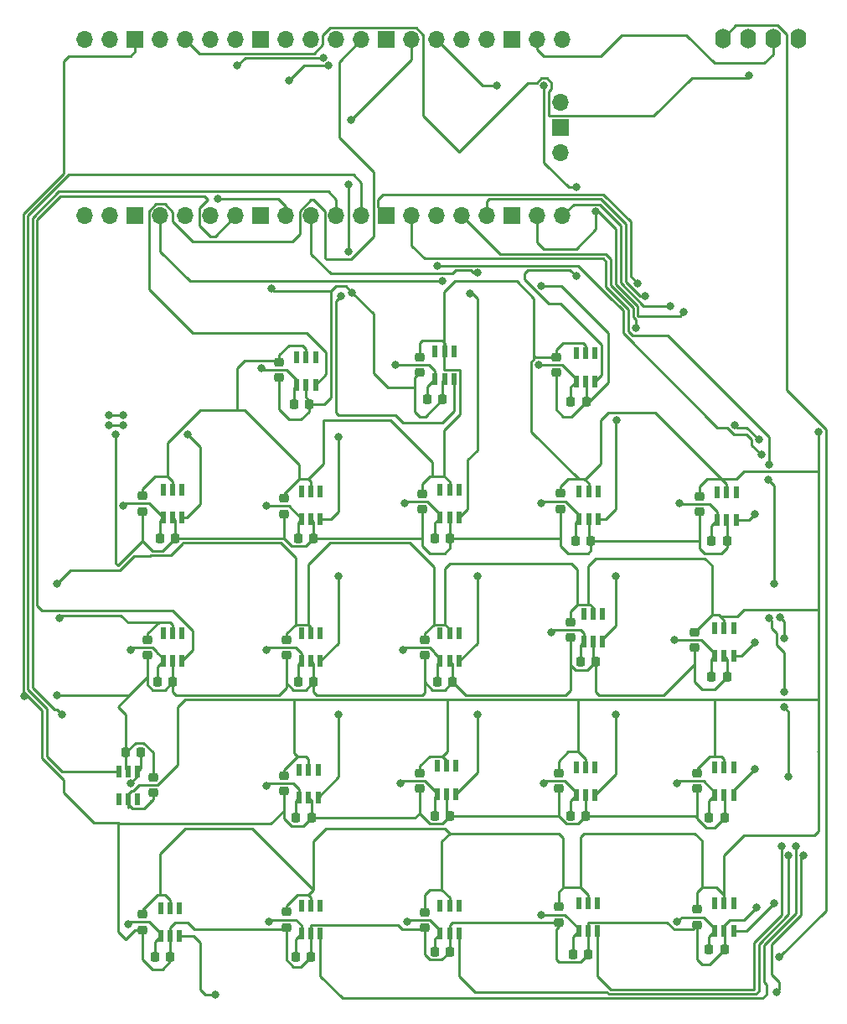
<source format=gbr>
%TF.GenerationSoftware,KiCad,Pcbnew,7.0.9*%
%TF.CreationDate,2024-09-03T11:05:06+09:00*%
%TF.ProjectId,_________,d5eac3af-adfc-4dcf-9cc9-2e6b69636164,rev?*%
%TF.SameCoordinates,Original*%
%TF.FileFunction,Copper,L2,Bot*%
%TF.FilePolarity,Positive*%
%FSLAX46Y46*%
G04 Gerber Fmt 4.6, Leading zero omitted, Abs format (unit mm)*
G04 Created by KiCad (PCBNEW 7.0.9) date 2024-09-03 11:05:06*
%MOMM*%
%LPD*%
G01*
G04 APERTURE LIST*
G04 Aperture macros list*
%AMRoundRect*
0 Rectangle with rounded corners*
0 $1 Rounding radius*
0 $2 $3 $4 $5 $6 $7 $8 $9 X,Y pos of 4 corners*
0 Add a 4 corners polygon primitive as box body*
4,1,4,$2,$3,$4,$5,$6,$7,$8,$9,$2,$3,0*
0 Add four circle primitives for the rounded corners*
1,1,$1+$1,$2,$3*
1,1,$1+$1,$4,$5*
1,1,$1+$1,$6,$7*
1,1,$1+$1,$8,$9*
0 Add four rect primitives between the rounded corners*
20,1,$1+$1,$2,$3,$4,$5,0*
20,1,$1+$1,$4,$5,$6,$7,0*
20,1,$1+$1,$6,$7,$8,$9,0*
20,1,$1+$1,$8,$9,$2,$3,0*%
G04 Aperture macros list end*
%TA.AperFunction,ComponentPad*%
%ADD10O,1.700000X1.700000*%
%TD*%
%TA.AperFunction,ComponentPad*%
%ADD11R,1.700000X1.700000*%
%TD*%
%TA.AperFunction,ComponentPad*%
%ADD12O,1.600000X2.000000*%
%TD*%
%TA.AperFunction,SMDPad,CuDef*%
%ADD13R,0.609600X1.143000*%
%TD*%
%TA.AperFunction,SMDPad,CuDef*%
%ADD14RoundRect,0.225000X0.250000X-0.225000X0.250000X0.225000X-0.250000X0.225000X-0.250000X-0.225000X0*%
%TD*%
%TA.AperFunction,SMDPad,CuDef*%
%ADD15RoundRect,0.225000X-0.225000X-0.250000X0.225000X-0.250000X0.225000X0.250000X-0.225000X0.250000X0*%
%TD*%
%TA.AperFunction,SMDPad,CuDef*%
%ADD16RoundRect,0.225000X0.225000X0.250000X-0.225000X0.250000X-0.225000X-0.250000X0.225000X-0.250000X0*%
%TD*%
%TA.AperFunction,SMDPad,CuDef*%
%ADD17RoundRect,0.225000X-0.250000X0.225000X-0.250000X-0.225000X0.250000X-0.225000X0.250000X0.225000X0*%
%TD*%
%TA.AperFunction,ViaPad*%
%ADD18C,0.800000*%
%TD*%
%TA.AperFunction,Conductor*%
%ADD19C,0.250000*%
%TD*%
G04 APERTURE END LIST*
D10*
%TO.P,U1,1,GP0*%
%TO.N,1*%
X95620000Y-62140000D03*
%TO.P,U1,2,GP1*%
%TO.N,2*%
X98160000Y-62140000D03*
D11*
%TO.P,U1,3,GND*%
%TO.N,GND*%
X100700000Y-62140000D03*
D10*
%TO.P,U1,4,GP2*%
%TO.N,3*%
X103240000Y-62140000D03*
%TO.P,U1,5,GP3*%
%TO.N,4*%
X105780000Y-62140000D03*
%TO.P,U1,6,GP4*%
%TO.N,5*%
X108320000Y-62140000D03*
%TO.P,U1,7,GP5*%
%TO.N,6*%
X110860000Y-62140000D03*
D11*
%TO.P,U1,8,GND*%
%TO.N,GND*%
X113400000Y-62140000D03*
D10*
%TO.P,U1,9,GP6*%
%TO.N,7*%
X115940000Y-62140000D03*
%TO.P,U1,10,GP7*%
%TO.N,8*%
X118480000Y-62140000D03*
%TO.P,U1,11,GP8*%
%TO.N,9*%
X121020000Y-62140000D03*
%TO.P,U1,12,GP9*%
%TO.N,10*%
X123560000Y-62140000D03*
D11*
%TO.P,U1,13,GND*%
%TO.N,11*%
X126100000Y-62140000D03*
D10*
%TO.P,U1,14,GP10*%
%TO.N,12*%
X128640000Y-62140000D03*
%TO.P,U1,15,GP11*%
%TO.N,13*%
X131180000Y-62140000D03*
%TO.P,U1,16,GP12*%
%TO.N,14*%
X133720000Y-62140000D03*
%TO.P,U1,17,GP13*%
%TO.N,15*%
X136260000Y-62140000D03*
D11*
%TO.P,U1,18,GND*%
%TO.N,unconnected-(U1-GND-Pad18)*%
X138800000Y-62140000D03*
D10*
%TO.P,U1,19,GP14*%
%TO.N,16*%
X141340000Y-62140000D03*
%TO.P,U1,20,GP15*%
%TO.N,17*%
X143880000Y-62140000D03*
%TO.P,U1,21,GP16*%
%TO.N,Net-(Brd1-SDA)*%
X143880000Y-44360000D03*
%TO.P,U1,22,GP17*%
%TO.N,Net-(Brd1-SCL)*%
X141340000Y-44360000D03*
D11*
%TO.P,U1,23,GND*%
%TO.N,unconnected-(U1-GND-Pad23)*%
X138800000Y-44360000D03*
D10*
%TO.P,U1,24,GP18*%
%TO.N,unconnected-(U1-GP18-Pad24)*%
X136260000Y-44360000D03*
%TO.P,U1,25,GP19*%
%TO.N,unconnected-(U1-GP19-Pad25)*%
X133720000Y-44360000D03*
%TO.P,U1,26,GP20*%
%TO.N,23*%
X131180000Y-44360000D03*
%TO.P,U1,27,GP21*%
%TO.N,22*%
X128640000Y-44360000D03*
D11*
%TO.P,U1,28,GND*%
%TO.N,unconnected-(U1-GND-Pad28)*%
X126100000Y-44360000D03*
D10*
%TO.P,U1,29,GP22*%
%TO.N,21*%
X123560000Y-44360000D03*
%TO.P,U1,30,RUN*%
%TO.N,unconnected-(U1-RUN-Pad30)*%
X121020000Y-44360000D03*
%TO.P,U1,31,GP26*%
%TO.N,20*%
X118480000Y-44360000D03*
%TO.P,U1,32,GP27*%
%TO.N,19*%
X115940000Y-44360000D03*
D11*
%TO.P,U1,33,GND*%
%TO.N,GND*%
X113400000Y-44360000D03*
D10*
%TO.P,U1,34,GP28*%
%TO.N,18*%
X110860000Y-44360000D03*
%TO.P,U1,35,ADC_VREF*%
%TO.N,unconnected-(U1-ADC_VREF-Pad35)*%
X108320000Y-44360000D03*
%TO.P,U1,36,3V3(OUT)*%
%TO.N,+3.3*%
X105780000Y-44360000D03*
%TO.P,U1,37,3V3_EN*%
%TO.N,unconnected-(U1-3V3_EN-Pad37)*%
X103240000Y-44360000D03*
D11*
%TO.P,U1,38,GND*%
%TO.N,GND*%
X100700000Y-44360000D03*
D10*
%TO.P,U1,39,VSYS*%
%TO.N,unconnected-(U1-VSYS-Pad39)*%
X98160000Y-44360000D03*
%TO.P,U1,40,VBUS*%
%TO.N,unconnected-(U1-VBUS-Pad40)*%
X95620000Y-44360000D03*
%TO.P,U1,41*%
%TO.N,N/C*%
X143650000Y-55790000D03*
D11*
%TO.P,U1,42*%
X143650000Y-53250000D03*
D10*
%TO.P,U1,43*%
X143650000Y-50710000D03*
%TD*%
D12*
%TO.P,Brd1,1,GND*%
%TO.N,GND*%
X160080000Y-44250000D03*
%TO.P,Brd1,2,VCC*%
%TO.N,+3.3*%
X162620000Y-44250000D03*
%TO.P,Brd1,3,SCL*%
%TO.N,Net-(Brd1-SCL)*%
X165160000Y-44250000D03*
%TO.P,Brd1,4,SDA*%
%TO.N,Net-(Brd1-SDA)*%
X167700000Y-44250000D03*
%TD*%
D13*
%TO.P,U16,1,Q*%
%TO.N,1*%
X105409052Y-92604000D03*
%TO.P,U16,2,VSS*%
%TO.N,GND*%
X104459052Y-92604000D03*
%TO.P,U16,3,I*%
%TO.N,Net-(U16-I)*%
X103509052Y-92604000D03*
%TO.P,U16,4,AHLB*%
%TO.N,unconnected-(U16-AHLB-Pad4)*%
X103509052Y-89796000D03*
%TO.P,U16,5,VDD*%
%TO.N,+3.3*%
X104459052Y-89796000D03*
%TO.P,U16,6,TOG*%
%TO.N,unconnected-(U16-TOG-Pad6)*%
X105409052Y-89796000D03*
%TD*%
D14*
%TO.P,C13,1*%
%TO.N,GND*%
X157459052Y-119975000D03*
%TO.P,C13,2*%
%TO.N,+3.3*%
X157459052Y-118425000D03*
%TD*%
D15*
%TO.P,C57,1*%
%TO.N,Net-(U39-I)*%
X158934052Y-94950000D03*
%TO.P,C57,2*%
%TO.N,GND*%
X160484052Y-94950000D03*
%TD*%
%TO.P,C4,1*%
%TO.N,Net-(U5-I)*%
X131209052Y-109200000D03*
%TO.P,C4,2*%
%TO.N,GND*%
X132759052Y-109200000D03*
%TD*%
%TO.P,C26,1*%
%TO.N,Net-(U27-I)*%
X102684052Y-136950000D03*
%TO.P,C26,2*%
%TO.N,GND*%
X104234052Y-136950000D03*
%TD*%
D13*
%TO.P,U44,1,Q*%
%TO.N,23*%
X147159052Y-78854000D03*
%TO.P,U44,2,VSS*%
%TO.N,GND*%
X146209052Y-78854000D03*
%TO.P,U44,3,I*%
%TO.N,Net-(U44-I)*%
X145259052Y-78854000D03*
%TO.P,U44,4,AHLB*%
%TO.N,unconnected-(U44-AHLB-Pad4)*%
X145259052Y-76046000D03*
%TO.P,U44,5,VDD*%
%TO.N,+3.3*%
X146209052Y-76046000D03*
%TO.P,U44,6,TOG*%
%TO.N,unconnected-(U44-TOG-Pad6)*%
X147159052Y-76046000D03*
%TD*%
%TO.P,U10,1,Q*%
%TO.N,10*%
X99050000Y-118250000D03*
%TO.P,U10,2,VSS*%
%TO.N,GND*%
X100000000Y-118250000D03*
%TO.P,U10,3,I*%
%TO.N,Net-(U10-I)*%
X100950000Y-118250000D03*
%TO.P,U10,4,AHLB*%
%TO.N,unconnected-(U10-AHLB-Pad4)*%
X100950000Y-121058000D03*
%TO.P,U10,5,VDD*%
%TO.N,+3.3*%
X100000000Y-121058000D03*
%TO.P,U10,6,TOG*%
%TO.N,unconnected-(U10-TOG-Pad6)*%
X99050000Y-121058000D03*
%TD*%
D15*
%TO.P,C32,1*%
%TO.N,Net-(U33-I)*%
X144934052Y-136700000D03*
%TO.P,C32,2*%
%TO.N,GND*%
X146484052Y-136700000D03*
%TD*%
D13*
%TO.P,U39,1,Q*%
%TO.N,5*%
X161409052Y-92854000D03*
%TO.P,U39,2,VSS*%
%TO.N,GND*%
X160459052Y-92854000D03*
%TO.P,U39,3,I*%
%TO.N,Net-(U39-I)*%
X159509052Y-92854000D03*
%TO.P,U39,4,AHLB*%
%TO.N,unconnected-(U39-AHLB-Pad4)*%
X159509052Y-90046000D03*
%TO.P,U39,5,VDD*%
%TO.N,+3.3*%
X160459052Y-90046000D03*
%TO.P,U39,6,TOG*%
%TO.N,unconnected-(U39-TOG-Pad6)*%
X161409052Y-90046000D03*
%TD*%
%TO.P,U27,1,Q*%
%TO.N,16*%
X105159052Y-134854000D03*
%TO.P,U27,2,VSS*%
%TO.N,GND*%
X104209052Y-134854000D03*
%TO.P,U27,3,I*%
%TO.N,Net-(U27-I)*%
X103259052Y-134854000D03*
%TO.P,U27,4,AHLB*%
%TO.N,unconnected-(U27-AHLB-Pad4)*%
X103259052Y-132046000D03*
%TO.P,U27,5,VDD*%
%TO.N,+3.3*%
X104209052Y-132046000D03*
%TO.P,U27,6,TOG*%
%TO.N,unconnected-(U27-TOG-Pad6)*%
X105159052Y-132046000D03*
%TD*%
%TO.P,U4,1,Q*%
%TO.N,7*%
X119409052Y-107104000D03*
%TO.P,U4,2,VSS*%
%TO.N,GND*%
X118459052Y-107104000D03*
%TO.P,U4,3,I*%
%TO.N,Net-(U4-I)*%
X117509052Y-107104000D03*
%TO.P,U4,4,AHLB*%
%TO.N,unconnected-(U4-AHLB-Pad4)*%
X117509052Y-104296000D03*
%TO.P,U4,5,VDD*%
%TO.N,+3.3*%
X118459052Y-104296000D03*
%TO.P,U4,6,TOG*%
%TO.N,unconnected-(U4-TOG-Pad6)*%
X119409052Y-104296000D03*
%TD*%
D14*
%TO.P,C37,1*%
%TO.N,GND*%
X115959052Y-106475000D03*
%TO.P,C37,2*%
%TO.N,+3.3*%
X115959052Y-104925000D03*
%TD*%
%TO.P,C5,1*%
%TO.N,GND*%
X129959052Y-134000000D03*
%TO.P,C5,2*%
%TO.N,+3.3*%
X129959052Y-132450000D03*
%TD*%
D15*
%TO.P,C18,1*%
%TO.N,Net-(U19-I)*%
X145184052Y-94950000D03*
%TO.P,C18,2*%
%TO.N,GND*%
X146734052Y-94950000D03*
%TD*%
D13*
%TO.P,U33,1,Q*%
%TO.N,19*%
X147409052Y-134354000D03*
%TO.P,U33,2,VSS*%
%TO.N,GND*%
X146459052Y-134354000D03*
%TO.P,U33,3,I*%
%TO.N,Net-(U33-I)*%
X145509052Y-134354000D03*
%TO.P,U33,4,AHLB*%
%TO.N,unconnected-(U33-AHLB-Pad4)*%
X145509052Y-131546000D03*
%TO.P,U33,5,VDD*%
%TO.N,+3.3*%
X146459052Y-131546000D03*
%TO.P,U33,6,TOG*%
%TO.N,unconnected-(U33-TOG-Pad6)*%
X147409052Y-131546000D03*
%TD*%
%TO.P,U41,1,Q*%
%TO.N,21*%
X118909052Y-79200000D03*
%TO.P,U41,2,VSS*%
%TO.N,GND*%
X117959052Y-79200000D03*
%TO.P,U41,3,I*%
%TO.N,Net-(U41-I)*%
X117009052Y-79200000D03*
%TO.P,U41,4,AHLB*%
%TO.N,unconnected-(U41-AHLB-Pad4)*%
X117009052Y-76392000D03*
%TO.P,U41,5,VDD*%
%TO.N,+3.3*%
X117959052Y-76392000D03*
%TO.P,U41,6,TOG*%
%TO.N,unconnected-(U41-TOG-Pad6)*%
X118909052Y-76392000D03*
%TD*%
D14*
%TO.P,C6,1*%
%TO.N,GND*%
X157459052Y-133725000D03*
%TO.P,C6,2*%
%TO.N,+3.3*%
X157459052Y-132175000D03*
%TD*%
D15*
%TO.P,C25,1*%
%TO.N,Net-(U26-I)*%
X158684052Y-122950000D03*
%TO.P,C25,2*%
%TO.N,GND*%
X160234052Y-122950000D03*
%TD*%
D14*
%TO.P,C36,1*%
%TO.N,GND*%
X101959052Y-106475000D03*
%TO.P,C36,2*%
%TO.N,+3.3*%
X101959052Y-104925000D03*
%TD*%
%TO.P,C11,1*%
%TO.N,GND*%
X143459052Y-133475000D03*
%TO.P,C11,2*%
%TO.N,+3.3*%
X143459052Y-131925000D03*
%TD*%
%TO.P,C21,1*%
%TO.N,GND*%
X129709052Y-91750000D03*
%TO.P,C21,2*%
%TO.N,+3.3*%
X129709052Y-90200000D03*
%TD*%
D13*
%TO.P,U34,1,Q*%
%TO.N,18*%
X133409052Y-134604000D03*
%TO.P,U34,2,VSS*%
%TO.N,GND*%
X132459052Y-134604000D03*
%TO.P,U34,3,I*%
%TO.N,Net-(U34-I)*%
X131509052Y-134604000D03*
%TO.P,U34,4,AHLB*%
%TO.N,unconnected-(U34-AHLB-Pad4)*%
X131509052Y-131796000D03*
%TO.P,U34,5,VDD*%
%TO.N,+3.3*%
X132459052Y-131796000D03*
%TO.P,U34,6,TOG*%
%TO.N,unconnected-(U34-TOG-Pad6)*%
X133409052Y-131796000D03*
%TD*%
D15*
%TO.P,C23,1*%
%TO.N,Net-(U24-I)*%
X130959052Y-122700000D03*
%TO.P,C23,2*%
%TO.N,GND*%
X132509052Y-122700000D03*
%TD*%
%TO.P,C8,1*%
%TO.N,Net-(U9-I)*%
X158934052Y-108700000D03*
%TO.P,C8,2*%
%TO.N,GND*%
X160484052Y-108700000D03*
%TD*%
D13*
%TO.P,U26,1,Q*%
%TO.N,15*%
X161159052Y-120604000D03*
%TO.P,U26,2,VSS*%
%TO.N,GND*%
X160209052Y-120604000D03*
%TO.P,U26,3,I*%
%TO.N,Net-(U26-I)*%
X159259052Y-120604000D03*
%TO.P,U26,4,AHLB*%
%TO.N,unconnected-(U26-AHLB-Pad4)*%
X159259052Y-117796000D03*
%TO.P,U26,5,VDD*%
%TO.N,+3.3*%
X160209052Y-117796000D03*
%TO.P,U26,6,TOG*%
%TO.N,unconnected-(U26-TOG-Pad6)*%
X161159052Y-117796000D03*
%TD*%
D14*
%TO.P,C22,1*%
%TO.N,GND*%
X144709052Y-104725000D03*
%TO.P,C22,2*%
%TO.N,+3.3*%
X144709052Y-103175000D03*
%TD*%
D16*
%TO.P,C9,1*%
%TO.N,Net-(U10-I)*%
X101275000Y-116337500D03*
%TO.P,C9,2*%
%TO.N,GND*%
X99725000Y-116337500D03*
%TD*%
D15*
%TO.P,C7,1*%
%TO.N,Net-(U8-I)*%
X145659052Y-107200000D03*
%TO.P,C7,2*%
%TO.N,GND*%
X147209052Y-107200000D03*
%TD*%
D13*
%TO.P,U35,1,Q*%
%TO.N,17*%
X119409052Y-134604000D03*
%TO.P,U35,2,VSS*%
%TO.N,GND*%
X118459052Y-134604000D03*
%TO.P,U35,3,I*%
%TO.N,Net-(U35-I)*%
X117509052Y-134604000D03*
%TO.P,U35,4,AHLB*%
%TO.N,unconnected-(U35-AHLB-Pad4)*%
X117509052Y-131796000D03*
%TO.P,U35,5,VDD*%
%TO.N,+3.3*%
X118459052Y-131796000D03*
%TO.P,U35,6,TOG*%
%TO.N,unconnected-(U35-TOG-Pad6)*%
X119409052Y-131796000D03*
%TD*%
D15*
%TO.P,C16,1*%
%TO.N,Net-(U17-I)*%
X117184052Y-94700000D03*
%TO.P,C16,2*%
%TO.N,GND*%
X118734052Y-94700000D03*
%TD*%
D13*
%TO.P,U25,1,Q*%
%TO.N,14*%
X147159052Y-120604000D03*
%TO.P,U25,2,VSS*%
%TO.N,GND*%
X146209052Y-120604000D03*
%TO.P,U25,3,I*%
%TO.N,Net-(U25-I)*%
X145259052Y-120604000D03*
%TO.P,U25,4,AHLB*%
%TO.N,unconnected-(U25-AHLB-Pad4)*%
X145259052Y-117796000D03*
%TO.P,U25,5,VDD*%
%TO.N,+3.3*%
X146209052Y-117796000D03*
%TO.P,U25,6,TOG*%
%TO.N,unconnected-(U25-TOG-Pad6)*%
X147159052Y-117796000D03*
%TD*%
D15*
%TO.P,C31,1*%
%TO.N,Net-(U32-I)*%
X158684052Y-136200000D03*
%TO.P,C31,2*%
%TO.N,GND*%
X160234052Y-136200000D03*
%TD*%
D13*
%TO.P,U9,1,Q*%
%TO.N,11*%
X161159052Y-106604000D03*
%TO.P,U9,2,VSS*%
%TO.N,GND*%
X160209052Y-106604000D03*
%TO.P,U9,3,I*%
%TO.N,Net-(U9-I)*%
X159259052Y-106604000D03*
%TO.P,U9,4,AHLB*%
%TO.N,unconnected-(U9-AHLB-Pad4)*%
X159259052Y-103796000D03*
%TO.P,U9,5,VDD*%
%TO.N,+3.3*%
X160209052Y-103796000D03*
%TO.P,U9,6,TOG*%
%TO.N,unconnected-(U9-TOG-Pad6)*%
X161159052Y-103796000D03*
%TD*%
%TO.P,U24,1,Q*%
%TO.N,13*%
X133109052Y-120508000D03*
%TO.P,U24,2,VSS*%
%TO.N,GND*%
X132159052Y-120508000D03*
%TO.P,U24,3,I*%
%TO.N,Net-(U24-I)*%
X131209052Y-120508000D03*
%TO.P,U24,4,AHLB*%
%TO.N,unconnected-(U24-AHLB-Pad4)*%
X131209052Y-117700000D03*
%TO.P,U24,5,VDD*%
%TO.N,+3.3*%
X132159052Y-117700000D03*
%TO.P,U24,6,TOG*%
%TO.N,unconnected-(U24-TOG-Pad6)*%
X133109052Y-117700000D03*
%TD*%
%TO.P,U42,1,Q*%
%TO.N,22*%
X132909052Y-78604000D03*
%TO.P,U42,2,VSS*%
%TO.N,GND*%
X131959052Y-78604000D03*
%TO.P,U42,3,I*%
%TO.N,Net-(U42-I)*%
X131009052Y-78604000D03*
%TO.P,U42,4,AHLB*%
%TO.N,unconnected-(U42-AHLB-Pad4)*%
X131009052Y-75796000D03*
%TO.P,U42,5,VDD*%
%TO.N,+3.3*%
X131959052Y-75796000D03*
%TO.P,U42,6,TOG*%
%TO.N,unconnected-(U42-TOG-Pad6)*%
X132909052Y-75796000D03*
%TD*%
D14*
%TO.P,C14,1*%
%TO.N,GND*%
X143459052Y-119975000D03*
%TO.P,C14,2*%
%TO.N,+3.3*%
X143459052Y-118425000D03*
%TD*%
D15*
%TO.P,C41,1*%
%TO.N,Net-(U44-I)*%
X144709052Y-80950000D03*
%TO.P,C41,2*%
%TO.N,GND*%
X146259052Y-80950000D03*
%TD*%
D14*
%TO.P,C45,1*%
%TO.N,GND*%
X129459052Y-77950000D03*
%TO.P,C45,2*%
%TO.N,+3.3*%
X129459052Y-76400000D03*
%TD*%
D15*
%TO.P,C40,1*%
%TO.N,Net-(U42-I)*%
X130209052Y-80700000D03*
%TO.P,C40,2*%
%TO.N,GND*%
X131759052Y-80700000D03*
%TD*%
D17*
%TO.P,C28,1*%
%TO.N,GND*%
X102500000Y-118812500D03*
%TO.P,C28,2*%
%TO.N,+3.3*%
X102500000Y-120362500D03*
%TD*%
D14*
%TO.P,C19,1*%
%TO.N,GND*%
X101459052Y-91975000D03*
%TO.P,C19,2*%
%TO.N,+3.3*%
X101459052Y-90425000D03*
%TD*%
D13*
%TO.P,U18,1,Q*%
%TO.N,3*%
X133409052Y-92604000D03*
%TO.P,U18,2,VSS*%
%TO.N,GND*%
X132459052Y-92604000D03*
%TO.P,U18,3,I*%
%TO.N,Net-(U18-I)*%
X131509052Y-92604000D03*
%TO.P,U18,4,AHLB*%
%TO.N,unconnected-(U18-AHLB-Pad4)*%
X131509052Y-89796000D03*
%TO.P,U18,5,VDD*%
%TO.N,+3.3*%
X132459052Y-89796000D03*
%TO.P,U18,6,TOG*%
%TO.N,unconnected-(U18-TOG-Pad6)*%
X133409052Y-89796000D03*
%TD*%
D14*
%TO.P,C27,1*%
%TO.N,GND*%
X157209052Y-105725000D03*
%TO.P,C27,2*%
%TO.N,+3.3*%
X157209052Y-104175000D03*
%TD*%
D13*
%TO.P,U11,1,Q*%
%TO.N,9*%
X119159052Y-120854000D03*
%TO.P,U11,2,VSS*%
%TO.N,GND*%
X118209052Y-120854000D03*
%TO.P,U11,3,I*%
%TO.N,Net-(U11-I)*%
X117259052Y-120854000D03*
%TO.P,U11,4,AHLB*%
%TO.N,unconnected-(U11-AHLB-Pad4)*%
X117259052Y-118046000D03*
%TO.P,U11,5,VDD*%
%TO.N,+3.3*%
X118209052Y-118046000D03*
%TO.P,U11,6,TOG*%
%TO.N,unconnected-(U11-TOG-Pad6)*%
X119159052Y-118046000D03*
%TD*%
D15*
%TO.P,C10,1*%
%TO.N,Net-(U11-I)*%
X116934052Y-122950000D03*
%TO.P,C10,2*%
%TO.N,GND*%
X118484052Y-122950000D03*
%TD*%
%TO.P,C17,1*%
%TO.N,Net-(U18-I)*%
X130934052Y-94700000D03*
%TO.P,C17,2*%
%TO.N,GND*%
X132484052Y-94700000D03*
%TD*%
D13*
%TO.P,U5,1,Q*%
%TO.N,8*%
X133409052Y-107104000D03*
%TO.P,U5,2,VSS*%
%TO.N,GND*%
X132459052Y-107104000D03*
%TO.P,U5,3,I*%
%TO.N,Net-(U5-I)*%
X131509052Y-107104000D03*
%TO.P,U5,4,AHLB*%
%TO.N,unconnected-(U5-AHLB-Pad4)*%
X131509052Y-104296000D03*
%TO.P,U5,5,VDD*%
%TO.N,+3.3*%
X132459052Y-104296000D03*
%TO.P,U5,6,TOG*%
%TO.N,unconnected-(U5-TOG-Pad6)*%
X133409052Y-104296000D03*
%TD*%
D15*
%TO.P,C1,1*%
%TO.N,Net-(U2-I)*%
X102934052Y-109200000D03*
%TO.P,C1,2*%
%TO.N,GND*%
X104484052Y-109200000D03*
%TD*%
%TO.P,C34,1*%
%TO.N,Net-(U35-I)*%
X116909052Y-136950000D03*
%TO.P,C34,2*%
%TO.N,GND*%
X118459052Y-136950000D03*
%TD*%
D13*
%TO.P,U8,1,Q*%
%TO.N,12*%
X147909052Y-105104000D03*
%TO.P,U8,2,VSS*%
%TO.N,GND*%
X146959052Y-105104000D03*
%TO.P,U8,3,I*%
%TO.N,Net-(U8-I)*%
X146009052Y-105104000D03*
%TO.P,U8,4,AHLB*%
%TO.N,unconnected-(U8-AHLB-Pad4)*%
X146009052Y-102296000D03*
%TO.P,U8,5,VDD*%
%TO.N,+3.3*%
X146959052Y-102296000D03*
%TO.P,U8,6,TOG*%
%TO.N,unconnected-(U8-TOG-Pad6)*%
X147909052Y-102296000D03*
%TD*%
D14*
%TO.P,C43,1*%
%TO.N,GND*%
X157709052Y-92000000D03*
%TO.P,C43,2*%
%TO.N,+3.3*%
X157709052Y-90450000D03*
%TD*%
D15*
%TO.P,C39,1*%
%TO.N,Net-(U41-I)*%
X116709052Y-81200000D03*
%TO.P,C39,2*%
%TO.N,GND*%
X118259052Y-81200000D03*
%TD*%
D13*
%TO.P,U2,1,Q*%
%TO.N,6*%
X105409052Y-107104000D03*
%TO.P,U2,2,VSS*%
%TO.N,GND*%
X104459052Y-107104000D03*
%TO.P,U2,3,I*%
%TO.N,Net-(U2-I)*%
X103509052Y-107104000D03*
%TO.P,U2,4,AHLB*%
%TO.N,unconnected-(U2-AHLB-Pad4)*%
X103509052Y-104296000D03*
%TO.P,U2,5,VDD*%
%TO.N,+3.3*%
X104459052Y-104296000D03*
%TO.P,U2,6,TOG*%
%TO.N,unconnected-(U2-TOG-Pad6)*%
X105409052Y-104296000D03*
%TD*%
%TO.P,U32,1,Q*%
%TO.N,20*%
X161159052Y-134354000D03*
%TO.P,U32,2,VSS*%
%TO.N,GND*%
X160209052Y-134354000D03*
%TO.P,U32,3,I*%
%TO.N,Net-(U32-I)*%
X159259052Y-134354000D03*
%TO.P,U32,4,AHLB*%
%TO.N,unconnected-(U32-AHLB-Pad4)*%
X159259052Y-131546000D03*
%TO.P,U32,5,VDD*%
%TO.N,+3.3*%
X160209052Y-131546000D03*
%TO.P,U32,6,TOG*%
%TO.N,unconnected-(U32-TOG-Pad6)*%
X161159052Y-131546000D03*
%TD*%
D14*
%TO.P,C20,1*%
%TO.N,GND*%
X115709052Y-92225000D03*
%TO.P,C20,2*%
%TO.N,+3.3*%
X115709052Y-90675000D03*
%TD*%
%TO.P,C12,1*%
%TO.N,GND*%
X101459052Y-134225000D03*
%TO.P,C12,2*%
%TO.N,+3.3*%
X101459052Y-132675000D03*
%TD*%
D15*
%TO.P,C3,1*%
%TO.N,Net-(U4-I)*%
X117159052Y-109200000D03*
%TO.P,C3,2*%
%TO.N,GND*%
X118709052Y-109200000D03*
%TD*%
D14*
%TO.P,C30,1*%
%TO.N,GND*%
X129459052Y-119975000D03*
%TO.P,C30,2*%
%TO.N,+3.3*%
X129459052Y-118425000D03*
%TD*%
D15*
%TO.P,C33,1*%
%TO.N,Net-(U34-I)*%
X130934052Y-136450000D03*
%TO.P,C33,2*%
%TO.N,GND*%
X132484052Y-136450000D03*
%TD*%
D14*
%TO.P,C35,1*%
%TO.N,GND*%
X143709052Y-91725000D03*
%TO.P,C35,2*%
%TO.N,+3.3*%
X143709052Y-90175000D03*
%TD*%
%TO.P,C38,1*%
%TO.N,GND*%
X129959052Y-106475000D03*
%TO.P,C38,2*%
%TO.N,+3.3*%
X129959052Y-104925000D03*
%TD*%
D15*
%TO.P,C15,1*%
%TO.N,Net-(U16-I)*%
X103184052Y-94700000D03*
%TO.P,C15,2*%
%TO.N,GND*%
X104734052Y-94700000D03*
%TD*%
D14*
%TO.P,C44,1*%
%TO.N,GND*%
X115209052Y-78475000D03*
%TO.P,C44,2*%
%TO.N,+3.3*%
X115209052Y-76925000D03*
%TD*%
%TO.P,C53,1*%
%TO.N,GND*%
X143209052Y-77975000D03*
%TO.P,C53,2*%
%TO.N,+3.3*%
X143209052Y-76425000D03*
%TD*%
D13*
%TO.P,U19,1,Q*%
%TO.N,4*%
X147459052Y-92758000D03*
%TO.P,U19,2,VSS*%
%TO.N,GND*%
X146509052Y-92758000D03*
%TO.P,U19,3,I*%
%TO.N,Net-(U19-I)*%
X145559052Y-92758000D03*
%TO.P,U19,4,AHLB*%
%TO.N,unconnected-(U19-AHLB-Pad4)*%
X145559052Y-89950000D03*
%TO.P,U19,5,VDD*%
%TO.N,+3.3*%
X146509052Y-89950000D03*
%TO.P,U19,6,TOG*%
%TO.N,unconnected-(U19-TOG-Pad6)*%
X147459052Y-89950000D03*
%TD*%
D14*
%TO.P,C2,1*%
%TO.N,GND*%
X115959052Y-133975000D03*
%TO.P,C2,2*%
%TO.N,+3.3*%
X115959052Y-132425000D03*
%TD*%
%TO.P,C29,1*%
%TO.N,GND*%
X115709052Y-120225000D03*
%TO.P,C29,2*%
%TO.N,+3.3*%
X115709052Y-118675000D03*
%TD*%
D13*
%TO.P,U17,1,Q*%
%TO.N,2*%
X119409052Y-92758000D03*
%TO.P,U17,2,VSS*%
%TO.N,GND*%
X118459052Y-92758000D03*
%TO.P,U17,3,I*%
%TO.N,Net-(U17-I)*%
X117509052Y-92758000D03*
%TO.P,U17,4,AHLB*%
%TO.N,unconnected-(U17-AHLB-Pad4)*%
X117509052Y-89950000D03*
%TO.P,U17,5,VDD*%
%TO.N,+3.3*%
X118459052Y-89950000D03*
%TO.P,U17,6,TOG*%
%TO.N,unconnected-(U17-TOG-Pad6)*%
X119409052Y-89950000D03*
%TD*%
D15*
%TO.P,C24,1*%
%TO.N,Net-(U25-I)*%
X144684052Y-122700000D03*
%TO.P,C24,2*%
%TO.N,GND*%
X146234052Y-122700000D03*
%TD*%
D18*
%TO.N,16*%
X108750000Y-140750000D03*
X165500000Y-140500000D03*
%TO.N,GND*%
X163500000Y-132000000D03*
X165750000Y-137000000D03*
%TO.N,18*%
X111000000Y-47000000D03*
X119695576Y-46168363D03*
%TO.N,19*%
X116250000Y-48500000D03*
X120250000Y-47000000D03*
%TO.N,+3.3*%
X162750000Y-48000000D03*
%TO.N,23*%
X145250000Y-59250000D03*
X142000000Y-49000000D03*
X137250000Y-49000000D03*
X145250000Y-68250000D03*
%TO.N,GND*%
X122625000Y-69875000D03*
X141750000Y-69250000D03*
X114500000Y-69500000D03*
%TO.N,22*%
X122500000Y-52500000D03*
X122250000Y-59000000D03*
X122250000Y-65750000D03*
X121500000Y-70250000D03*
%TO.N,3*%
X134525500Y-70000000D03*
X131750000Y-68724500D03*
%TO.N,8*%
X135250000Y-67899000D03*
X135250000Y-98500000D03*
%TO.N,13*%
X131250000Y-67174500D03*
X163964281Y-86285719D03*
X164651000Y-88750000D03*
X164750000Y-102750000D03*
X165250000Y-99250000D03*
X166250000Y-110250000D03*
X166725500Y-118750000D03*
X166275500Y-111750000D03*
X135250000Y-112500000D03*
%TO.N,GND*%
X98750000Y-84250000D03*
X89465586Y-110626580D03*
X92750000Y-110579526D03*
%TO.N,+3.3*%
X169750000Y-84000000D03*
X93000000Y-102750000D03*
X92750000Y-99250000D03*
%TO.N,Net-(U2-I)*%
X100209052Y-105950000D03*
%TO.N,Net-(U4-I)*%
X113959052Y-105950000D03*
%TO.N,Net-(U5-I)*%
X127709052Y-105950000D03*
%TO.N,Net-(U8-I)*%
X142709052Y-104200000D03*
%TO.N,Net-(U9-I)*%
X155209052Y-104950000D03*
%TO.N,Net-(U10-I)*%
X100209052Y-119450000D03*
%TO.N,Net-(U11-I)*%
X113959052Y-119700000D03*
%TO.N,Net-(U16-I)*%
X99459052Y-91450000D03*
%TO.N,Net-(U17-I)*%
X113959052Y-91450000D03*
%TO.N,Net-(U18-I)*%
X127959052Y-91200000D03*
%TO.N,Net-(U19-I)*%
X141709052Y-91200000D03*
%TO.N,Net-(U24-I)*%
X127459052Y-119450000D03*
%TO.N,Net-(U25-I)*%
X141959052Y-119450000D03*
%TO.N,Net-(U26-I)*%
X155459052Y-119450000D03*
%TO.N,Net-(U27-I)*%
X99959052Y-133700000D03*
%TO.N,Net-(U32-I)*%
X155459052Y-133450000D03*
%TO.N,Net-(U33-I)*%
X141709052Y-132700000D03*
%TO.N,Net-(U34-I)*%
X128209052Y-133450000D03*
%TO.N,Net-(U35-I)*%
X114209052Y-133450000D03*
%TO.N,Net-(U41-I)*%
X113459052Y-77517281D03*
%TO.N,Net-(U42-I)*%
X126959052Y-77200000D03*
%TO.N,Net-(U44-I)*%
X141459052Y-77200000D03*
%TO.N,Net-(U39-I)*%
X155709052Y-91200000D03*
%TO.N,1*%
X99500000Y-83250000D03*
X106000000Y-84250000D03*
X98000000Y-83250000D03*
%TO.N,2*%
X121250000Y-84500000D03*
X99500000Y-82250000D03*
X98025500Y-82250000D03*
%TO.N,4*%
X149308554Y-82750000D03*
%TO.N,5*%
X163308554Y-92250000D03*
%TO.N,7*%
X121250000Y-98500000D03*
X109000000Y-60424500D03*
%TO.N,9*%
X121250000Y-112500000D03*
X93250000Y-112500000D03*
%TO.N,11*%
X163308554Y-105250000D03*
X151500000Y-69000000D03*
%TO.N,12*%
X149250000Y-98500000D03*
X164750000Y-87225500D03*
%TO.N,14*%
X166275500Y-104750000D03*
X151250000Y-73500000D03*
X163758552Y-84758552D03*
X165825500Y-102674500D03*
X149250000Y-112500000D03*
X161250000Y-83250000D03*
%TO.N,15*%
X163308554Y-118000000D03*
X152224500Y-70250000D03*
%TO.N,16*%
X168224500Y-126750000D03*
X156137299Y-71862701D03*
X147250000Y-61724500D03*
%TO.N,17*%
X154792698Y-71250000D03*
X167500000Y-125750000D03*
%TO.N,20*%
X165275500Y-131529277D03*
%TO.N,18*%
X166724500Y-126750000D03*
%TO.N,19*%
X166000000Y-125750000D03*
%TD*%
D19*
%TO.N,16*%
X108750000Y-140750000D02*
X107750000Y-140750000D01*
X165750000Y-140250000D02*
X165500000Y-140500000D01*
X165750000Y-139500000D02*
X165750000Y-140250000D01*
%TO.N,17*%
X167500000Y-132522792D02*
X167500000Y-125750000D01*
X164500000Y-139750000D02*
X164250000Y-139500000D01*
X164250000Y-135772792D02*
X167500000Y-132522792D01*
X164500000Y-140750000D02*
X164500000Y-139750000D01*
X164100000Y-141150000D02*
X164500000Y-140750000D01*
X119409052Y-138909052D02*
X121650000Y-141150000D01*
X121650000Y-141150000D02*
X164100000Y-141150000D01*
X164250000Y-139500000D02*
X164250000Y-135772792D01*
X119409052Y-134604000D02*
X119409052Y-138909052D01*
%TO.N,16*%
X167950000Y-127024500D02*
X168224500Y-126750000D01*
X165000000Y-138750000D02*
X165000000Y-135659188D01*
X165750000Y-139500000D02*
X165000000Y-138750000D01*
X165000000Y-135659188D02*
X167950000Y-132709188D01*
X167950000Y-132709188D02*
X167950000Y-127024500D01*
X107250000Y-140250000D02*
X107750000Y-140750000D01*
X107250000Y-135500000D02*
X107250000Y-140250000D01*
X106604000Y-134854000D02*
X107250000Y-135500000D01*
X105159052Y-134854000D02*
X106604000Y-134854000D01*
%TO.N,GND*%
X160750000Y-133250000D02*
X160209052Y-133790948D01*
X162250000Y-133250000D02*
X160750000Y-133250000D01*
X160209052Y-133790948D02*
X160209052Y-134354000D01*
X163500000Y-132000000D02*
X162250000Y-133250000D01*
%TO.N,20*%
X162450777Y-134354000D02*
X161159052Y-134354000D01*
X165275500Y-131529277D02*
X162450777Y-134354000D01*
%TO.N,GND*%
X170475000Y-132275000D02*
X165750000Y-137000000D01*
X170475000Y-83699695D02*
X170475000Y-132275000D01*
X166500000Y-79724695D02*
X170475000Y-83699695D01*
X166500000Y-43799010D02*
X166500000Y-79724695D01*
X165625990Y-42925000D02*
X166500000Y-43799010D01*
X161405000Y-42925000D02*
X165625990Y-42925000D01*
X160080000Y-44250000D02*
X161405000Y-42925000D01*
%TO.N,Net-(Brd1-SCL)*%
X142000000Y-46000000D02*
X141340000Y-45340000D01*
X141340000Y-45340000D02*
X141340000Y-44360000D01*
X147750000Y-46000000D02*
X142000000Y-46000000D01*
X149875000Y-43875000D02*
X147750000Y-46000000D01*
X159250000Y-46750000D02*
X164250000Y-46750000D01*
X156375000Y-43875000D02*
X159250000Y-46750000D01*
X164250000Y-46750000D02*
X165160000Y-45840000D01*
X165160000Y-45840000D02*
X165160000Y-44250000D01*
X149875000Y-43875000D02*
X156375000Y-43875000D01*
%TO.N,18*%
X119663939Y-46200000D02*
X111800000Y-46200000D01*
X119695576Y-46168363D02*
X119663939Y-46200000D01*
X111800000Y-46200000D02*
X111000000Y-47000000D01*
%TO.N,19*%
X120250000Y-47000000D02*
X117750000Y-47000000D01*
X117750000Y-47000000D02*
X116250000Y-48500000D01*
%TO.N,22*%
X128640000Y-46360000D02*
X128640000Y-44360000D01*
X122500000Y-52500000D02*
X128640000Y-46360000D01*
%TO.N,23*%
X135820000Y-49000000D02*
X131180000Y-44360000D01*
X137250000Y-49000000D02*
X135820000Y-49000000D01*
%TO.N,+3.3*%
X107170000Y-45750000D02*
X105780000Y-44360000D01*
X118751701Y-45750000D02*
X107170000Y-45750000D01*
X119655000Y-44846701D02*
X118751701Y-45750000D01*
X119655000Y-43873299D02*
X119655000Y-44846701D01*
X120343299Y-43185000D02*
X119655000Y-43873299D01*
X129126701Y-43185000D02*
X120343299Y-43185000D01*
X129815000Y-43873299D02*
X129126701Y-43185000D01*
X129815000Y-52065000D02*
X129815000Y-43873299D01*
X133417712Y-55667713D02*
X129815000Y-52065000D01*
X140385731Y-48699695D02*
X133417712Y-55667713D01*
X141275000Y-48699695D02*
X140385731Y-48699695D01*
X141699695Y-48275000D02*
X141275000Y-48699695D01*
X142300305Y-48275000D02*
X141699695Y-48275000D01*
X142725000Y-48699695D02*
X142300305Y-48275000D01*
X142725000Y-49300305D02*
X142725000Y-48699695D01*
X142475000Y-49550305D02*
X142725000Y-49300305D01*
X142475000Y-52075000D02*
X142475000Y-49550305D01*
X162500000Y-48250000D02*
X156920000Y-48250000D01*
X156920000Y-48250000D02*
X153095000Y-52075000D01*
X162750000Y-48000000D02*
X162500000Y-48250000D01*
X153095000Y-52075000D02*
X142475000Y-52075000D01*
%TO.N,18*%
X166724500Y-132661896D02*
X166724500Y-126750000D01*
X163700000Y-135686396D02*
X166724500Y-132661896D01*
X163436396Y-140700000D02*
X163700000Y-140436396D01*
X148563604Y-140700000D02*
X163436396Y-140700000D01*
X135000000Y-140500000D02*
X148363604Y-140500000D01*
X148363604Y-140500000D02*
X148563604Y-140700000D01*
X133409052Y-138909052D02*
X135000000Y-140500000D01*
X163700000Y-140436396D02*
X163700000Y-135686396D01*
X133409052Y-134604000D02*
X133409052Y-138909052D01*
%TO.N,19*%
X166000000Y-132750000D02*
X166000000Y-125750000D01*
X163250000Y-140250000D02*
X163250000Y-135500000D01*
X148750000Y-140250000D02*
X163250000Y-140250000D01*
X163250000Y-135500000D02*
X166000000Y-132750000D01*
X147409052Y-138909052D02*
X148750000Y-140250000D01*
X147409052Y-134354000D02*
X147409052Y-138909052D01*
%TO.N,GND*%
X100700000Y-45550000D02*
X100700000Y-44360000D01*
X93500000Y-46500000D02*
X94000000Y-46000000D01*
X100250000Y-46000000D02*
X100700000Y-45550000D01*
X93500000Y-57863604D02*
X93500000Y-46500000D01*
X94000000Y-46000000D02*
X100250000Y-46000000D01*
X89400000Y-109000000D02*
X89400000Y-61963604D01*
X89400000Y-61963604D02*
X93500000Y-57863604D01*
X101000000Y-44060000D02*
X100700000Y-44360000D01*
%TO.N,23*%
X144500000Y-59250000D02*
X145250000Y-59250000D01*
X142000000Y-56750000D02*
X142250000Y-57000000D01*
X142000000Y-49000000D02*
X142000000Y-56750000D01*
X142250000Y-57000000D02*
X144500000Y-59250000D01*
X140375500Y-67624500D02*
X141250000Y-67624500D01*
X140000000Y-68000000D02*
X140375500Y-67624500D01*
X140000000Y-68525305D02*
X140000000Y-68000000D01*
X141250000Y-67624500D02*
X144624500Y-67624500D01*
X144624500Y-67624500D02*
X145250000Y-68250000D01*
X140000000Y-68525305D02*
X140000000Y-68500000D01*
X142474695Y-71000000D02*
X140000000Y-68525305D01*
X143639352Y-71000000D02*
X142474695Y-71000000D01*
X147788852Y-75149500D02*
X143639352Y-71000000D01*
X147788852Y-78224200D02*
X147788852Y-75149500D01*
X147159052Y-78854000D02*
X147788852Y-78224200D01*
%TO.N,GND*%
X148500000Y-79000000D02*
X146550000Y-80950000D01*
X146550000Y-80950000D02*
X146259052Y-80950000D01*
X143750000Y-69250000D02*
X148500000Y-74000000D01*
X148500000Y-74000000D02*
X148500000Y-79000000D01*
X141750000Y-69250000D02*
X143750000Y-69250000D01*
X155158747Y-134175000D02*
X157009052Y-134175000D01*
X154441247Y-133457500D02*
X155158747Y-134175000D01*
X157009052Y-134175000D02*
X157459052Y-133725000D01*
X146534052Y-133457500D02*
X154441247Y-133457500D01*
X146459052Y-133532500D02*
X146534052Y-133457500D01*
X146459052Y-134354000D02*
X146459052Y-133532500D01*
X132459052Y-133782500D02*
X132766552Y-133475000D01*
X132766552Y-133475000D02*
X143459052Y-133475000D01*
X132459052Y-134604000D02*
X132459052Y-133782500D01*
X127207500Y-133707500D02*
X127675000Y-134175000D01*
X118459052Y-133782500D02*
X118534052Y-133707500D01*
X127675000Y-134175000D02*
X129784052Y-134175000D01*
X118459052Y-134604000D02*
X118459052Y-133782500D01*
X118534052Y-133707500D02*
X127207500Y-133707500D01*
X129784052Y-134175000D02*
X129959052Y-134000000D01*
X104209052Y-134032500D02*
X104209052Y-134854000D01*
X104741552Y-133500000D02*
X104209052Y-134032500D01*
X106000000Y-133500000D02*
X104741552Y-133500000D01*
X115759052Y-134175000D02*
X106675000Y-134175000D01*
X106675000Y-134175000D02*
X106000000Y-133500000D01*
X115959052Y-133975000D02*
X115759052Y-134175000D01*
X146409052Y-108000000D02*
X147209052Y-107200000D01*
X146959052Y-106950000D02*
X147209052Y-107200000D01*
X146959052Y-105104000D02*
X146959052Y-106950000D01*
%TO.N,7*%
X121208763Y-105304289D02*
X119409052Y-107104000D01*
X121208763Y-98541237D02*
X121208763Y-105304289D01*
X121250000Y-98500000D02*
X121208763Y-98541237D01*
%TO.N,14*%
X161500000Y-83500000D02*
X161250000Y-83250000D01*
X162500000Y-83500000D02*
X161500000Y-83500000D01*
X163758552Y-84758552D02*
X162500000Y-83500000D01*
%TO.N,12*%
X128640000Y-65140000D02*
X128640000Y-62140000D01*
X129950000Y-66450000D02*
X128640000Y-65140000D01*
X147950000Y-66450000D02*
X129950000Y-66450000D01*
X148250000Y-66750000D02*
X147950000Y-66450000D01*
X148250000Y-69320889D02*
X148250000Y-66750000D01*
X150525000Y-73800305D02*
X150525000Y-73199695D01*
X150525000Y-73199695D02*
X150550000Y-73174695D01*
X150550000Y-73174695D02*
X150550000Y-71620889D01*
X150974695Y-74250000D02*
X150525000Y-73800305D01*
X164750000Y-84500000D02*
X154500000Y-74250000D01*
X150550000Y-71620889D02*
X148250000Y-69320889D01*
X154500000Y-74250000D02*
X150974695Y-74250000D01*
X164750000Y-87225500D02*
X164750000Y-84500000D01*
%TO.N,3*%
X134250000Y-86788852D02*
X135250000Y-85788852D01*
X135250000Y-85788852D02*
X135250000Y-70500000D01*
X135250000Y-70500000D02*
X134750000Y-70000000D01*
X134250000Y-91763052D02*
X134250000Y-86788852D01*
X134750000Y-70000000D02*
X134525500Y-70000000D01*
X133409052Y-92604000D02*
X134250000Y-91763052D01*
%TO.N,GND*%
X89400000Y-110560994D02*
X89400000Y-109000000D01*
X89465586Y-110626580D02*
X89400000Y-110560994D01*
X89400000Y-110172792D02*
X89400000Y-109000000D01*
X93500000Y-119136396D02*
X91300000Y-116936396D01*
X91300000Y-112072792D02*
X89400000Y-110172792D01*
X93500000Y-120400000D02*
X93500000Y-119136396D01*
X96550000Y-123450000D02*
X93500000Y-120400000D01*
X98959052Y-123450000D02*
X96550000Y-123450000D01*
X91300000Y-116936396D02*
X91300000Y-112072792D01*
%TO.N,10*%
X91750000Y-116750000D02*
X91750000Y-111886396D01*
X93250000Y-118250000D02*
X91750000Y-116750000D01*
X99050000Y-118250000D02*
X93250000Y-118250000D01*
X123560000Y-58810000D02*
X123560000Y-62140000D01*
X122750000Y-58000000D02*
X123560000Y-58810000D01*
X94000000Y-58000000D02*
X122750000Y-58000000D01*
X89850000Y-109986396D02*
X89850000Y-62150000D01*
X89850000Y-62150000D02*
X94000000Y-58000000D01*
X91750000Y-111886396D02*
X89850000Y-109986396D01*
%TO.N,9*%
X121020000Y-60520000D02*
X121020000Y-62140000D01*
X90300000Y-62336396D02*
X92936396Y-59700000D01*
X92500000Y-112000000D02*
X90300000Y-109800000D01*
X90300000Y-109800000D02*
X90300000Y-62336396D01*
X92936396Y-59700000D02*
X120200000Y-59700000D01*
X92750000Y-112000000D02*
X92500000Y-112000000D01*
X93250000Y-112500000D02*
X92750000Y-112000000D01*
X120200000Y-59700000D02*
X121020000Y-60520000D01*
%TO.N,GND*%
X92750000Y-110579526D02*
X100079526Y-110579526D01*
%TO.N,+3.3*%
X93250000Y-102500000D02*
X99250000Y-102500000D01*
X93000000Y-102750000D02*
X93250000Y-102500000D01*
X99950000Y-103200000D02*
X104209052Y-103200000D01*
X99250000Y-102500000D02*
X99950000Y-103200000D01*
%TO.N,6*%
X108750000Y-64250000D02*
X110860000Y-62140000D01*
X108250000Y-64250000D02*
X108750000Y-64250000D01*
X107145000Y-63145000D02*
X108250000Y-64250000D01*
X107145000Y-61355000D02*
X107145000Y-63145000D01*
X108000000Y-60500000D02*
X107145000Y-61355000D01*
X107650000Y-60150000D02*
X108000000Y-60500000D01*
X90750000Y-101500000D02*
X90750000Y-62522792D01*
X90750000Y-62522792D02*
X93122792Y-60150000D01*
X91250000Y-102000000D02*
X90750000Y-101500000D01*
X104500000Y-102000000D02*
X91250000Y-102000000D01*
X106500000Y-104000000D02*
X104500000Y-102000000D01*
X106500000Y-106013052D02*
X106500000Y-104000000D01*
X93122792Y-60150000D02*
X107650000Y-60150000D01*
X105409052Y-107104000D02*
X106500000Y-106013052D01*
%TO.N,+3.3*%
X116879252Y-96629252D02*
X116879252Y-103399500D01*
X115400000Y-95150000D02*
X116879252Y-96629252D01*
X105509052Y-95150000D02*
X115400000Y-95150000D01*
X105509052Y-95184052D02*
X105509052Y-95150000D01*
X104293104Y-96400000D02*
X105509052Y-95184052D01*
X102172656Y-96500000D02*
X102272656Y-96400000D01*
X100545448Y-96500000D02*
X102172656Y-96500000D01*
X94100000Y-97900000D02*
X99145448Y-97900000D01*
X92750000Y-99250000D02*
X94100000Y-97900000D01*
X102272656Y-96400000D02*
X104293104Y-96400000D01*
X99145448Y-97900000D02*
X100545448Y-96500000D01*
%TO.N,GND*%
X122625000Y-69875000D02*
X124750000Y-72000000D01*
X122000000Y-69250000D02*
X122625000Y-69875000D01*
X114750000Y-69750000D02*
X114500000Y-69500000D01*
X120500000Y-69750000D02*
X114750000Y-69750000D01*
%TO.N,21*%
X121275000Y-46645000D02*
X123560000Y-44360000D01*
X121275000Y-54275000D02*
X121275000Y-46645000D01*
X124750000Y-57750000D02*
X121275000Y-54275000D01*
X124750000Y-64275305D02*
X124750000Y-57750000D01*
X122525305Y-66500000D02*
X124750000Y-64275305D01*
X120000000Y-66500000D02*
X122525305Y-66500000D01*
X119845000Y-66345000D02*
X120000000Y-66500000D01*
X119845000Y-61653299D02*
X119845000Y-66345000D01*
X118691701Y-60500000D02*
X119845000Y-61653299D01*
X118458299Y-60500000D02*
X118691701Y-60500000D01*
X117305000Y-61653299D02*
X118458299Y-60500000D01*
X117305000Y-64003299D02*
X117305000Y-61653299D01*
X106470000Y-64720000D02*
X116588299Y-64720000D01*
X116588299Y-64720000D02*
X117305000Y-64003299D01*
X104500000Y-62750000D02*
X106470000Y-64720000D01*
X103726701Y-60965000D02*
X104500000Y-61738299D01*
X104500000Y-61738299D02*
X104500000Y-62750000D01*
X102753299Y-60965000D02*
X103726701Y-60965000D01*
X102065000Y-61653299D02*
X102753299Y-60965000D01*
X102065000Y-69565000D02*
X102065000Y-61653299D01*
X106500000Y-74000000D02*
X102065000Y-69565000D01*
X118043352Y-74000000D02*
X106500000Y-74000000D01*
X120000000Y-75956648D02*
X118043352Y-74000000D01*
X120000000Y-78109052D02*
X120000000Y-75956648D01*
X118909052Y-79200000D02*
X120000000Y-78109052D01*
%TO.N,GND*%
X126250000Y-79500000D02*
X128959052Y-79500000D01*
X124750000Y-78000000D02*
X126250000Y-79500000D01*
X124750000Y-72000000D02*
X124750000Y-78000000D01*
X121000000Y-69250000D02*
X122000000Y-69250000D01*
X120500000Y-69750000D02*
X121000000Y-69250000D01*
X120500000Y-80500000D02*
X120500000Y-69750000D01*
X119800000Y-81200000D02*
X120500000Y-80500000D01*
X118259052Y-81200000D02*
X119800000Y-81200000D01*
X128959052Y-79500000D02*
X128959052Y-81250000D01*
X128959052Y-78450000D02*
X128959052Y-79500000D01*
%TO.N,22*%
X122250000Y-59750000D02*
X122250000Y-59000000D01*
X122250000Y-65750000D02*
X122250000Y-59750000D01*
X121000000Y-81500000D02*
X121000000Y-70750000D01*
X121000000Y-82000000D02*
X121000000Y-81500000D01*
X121250000Y-82250000D02*
X121000000Y-82000000D01*
X121000000Y-70750000D02*
X121500000Y-70250000D01*
%TO.N,GND*%
X128909052Y-81200000D02*
X128959052Y-81250000D01*
%TO.N,22*%
X127000000Y-82250000D02*
X121250000Y-82250000D01*
X127500000Y-82750000D02*
X127000000Y-82250000D01*
X131750000Y-83000000D02*
X127750000Y-83000000D01*
X132000000Y-82750000D02*
X131750000Y-83000000D01*
X132909052Y-81840948D02*
X132000000Y-82750000D01*
X127750000Y-83000000D02*
X127500000Y-82750000D01*
X132909052Y-78604000D02*
X132909052Y-81840948D01*
%TO.N,+3.3*%
X130750000Y-87000000D02*
X130750000Y-88450000D01*
X119750000Y-82750000D02*
X126500000Y-82750000D01*
X126500000Y-82750000D02*
X130750000Y-87000000D01*
X119750000Y-87159052D02*
X119750000Y-82750000D01*
X118209052Y-88700000D02*
X119750000Y-87159052D01*
X141000000Y-70500000D02*
X141000000Y-76250000D01*
X139250000Y-68750000D02*
X141000000Y-70500000D01*
X133538852Y-77707500D02*
X131934552Y-77707500D01*
X133538852Y-82211148D02*
X133538852Y-77707500D01*
X131934552Y-83815448D02*
X133538852Y-82211148D01*
X131934552Y-88450000D02*
X131934552Y-83815448D01*
X131934552Y-77707500D02*
X131934552Y-69815448D01*
X133000000Y-68750000D02*
X139250000Y-68750000D01*
X131934552Y-69815448D02*
X133000000Y-68750000D01*
%TO.N,GND*%
X128959052Y-81250000D02*
X128959052Y-81950000D01*
%TO.N,+3.3*%
X111000000Y-77500000D02*
X111000000Y-81750000D01*
X111000000Y-81750000D02*
X107250000Y-81750000D01*
X111707719Y-76792281D02*
X111000000Y-77500000D01*
X111750000Y-81750000D02*
X111000000Y-81750000D01*
X115076333Y-76792281D02*
X111707719Y-76792281D01*
X115209052Y-76925000D02*
X115076333Y-76792281D01*
X143209052Y-76425000D02*
X141175000Y-76425000D01*
X141000000Y-76250000D02*
X141000000Y-76633747D01*
X141175000Y-76425000D02*
X141000000Y-76250000D01*
%TO.N,3*%
X106224500Y-68724500D02*
X103240000Y-65740000D01*
X131750000Y-68724500D02*
X106224500Y-68724500D01*
X103240000Y-65740000D02*
X103240000Y-62140000D01*
%TO.N,+3.3*%
X140734052Y-83934052D02*
X145500000Y-88700000D01*
X141000000Y-76633747D02*
X140734052Y-76899695D01*
X140734052Y-76899695D02*
X140734052Y-83934052D01*
%TO.N,8*%
X120500000Y-68000000D02*
X118480000Y-65980000D01*
X118480000Y-65980000D02*
X118480000Y-62140000D01*
X132750000Y-68000000D02*
X120500000Y-68000000D01*
X134624500Y-67624500D02*
X133125500Y-67624500D01*
X133125500Y-67624500D02*
X132750000Y-68000000D01*
X135250000Y-67899000D02*
X134899000Y-67899000D01*
X134899000Y-67899000D02*
X134624500Y-67624500D01*
X135250000Y-105263052D02*
X135250000Y-98500000D01*
X133409052Y-107104000D02*
X135250000Y-105263052D01*
%TO.N,13*%
X148771357Y-70478642D02*
X145467215Y-67174500D01*
X149646357Y-71353642D02*
X148771357Y-70478642D01*
X145467215Y-67174500D02*
X131250000Y-67174500D01*
X150000000Y-71707285D02*
X149646357Y-71353642D01*
X150000000Y-74000000D02*
X150000000Y-71707285D01*
%TO.N,14*%
X148250000Y-66000000D02*
X137580000Y-66000000D01*
X151000000Y-71434493D02*
X148750000Y-69184493D01*
X148750000Y-69184493D02*
X148750000Y-66500000D01*
X151000000Y-72386396D02*
X151000000Y-71434493D01*
X137580000Y-66000000D02*
X133720000Y-62140000D01*
X151250000Y-72636396D02*
X151000000Y-72386396D01*
X151250000Y-73500000D02*
X151250000Y-72636396D01*
X148750000Y-66500000D02*
X148250000Y-66000000D01*
%TO.N,16*%
X151500000Y-71298097D02*
X149250000Y-69048097D01*
X151500000Y-72250000D02*
X151500000Y-71298097D01*
X155750000Y-72250000D02*
X151500000Y-72250000D01*
X149250000Y-69048097D02*
X149250000Y-63500000D01*
X147474500Y-61724500D02*
X147250000Y-61724500D01*
X156137299Y-71862701D02*
X155750000Y-72250000D01*
X149250000Y-63500000D02*
X147474500Y-61724500D01*
%TO.N,17*%
X147613604Y-61000000D02*
X145020000Y-61000000D01*
X149750000Y-63136396D02*
X147613604Y-61000000D01*
X149750000Y-68911701D02*
X149750000Y-63136396D01*
X152088299Y-71250000D02*
X149750000Y-68911701D01*
X154792698Y-71250000D02*
X152088299Y-71250000D01*
X145020000Y-61000000D02*
X143880000Y-62140000D01*
%TO.N,13*%
X159500000Y-83500000D02*
X150000000Y-74000000D01*
X160500000Y-83525305D02*
X160500000Y-83500000D01*
X161224695Y-84250000D02*
X160500000Y-83525305D01*
X162500000Y-84250000D02*
X161224695Y-84250000D01*
X163000000Y-84750000D02*
X162500000Y-84250000D01*
X163000000Y-85322145D02*
X163000000Y-84750000D01*
X163963574Y-86285719D02*
X163000000Y-85322145D01*
X163964281Y-86285719D02*
X163963574Y-86285719D01*
X165250000Y-89349000D02*
X164651000Y-88750000D01*
X160500000Y-83500000D02*
X159500000Y-83500000D01*
X165000000Y-103000000D02*
X164750000Y-102750000D01*
X165000000Y-103750000D02*
X165000000Y-103000000D01*
X165250000Y-99250000D02*
X165250000Y-89349000D01*
X165500000Y-104250000D02*
X165000000Y-103750000D01*
X165500000Y-105500000D02*
X165500000Y-104250000D01*
X166250000Y-106250000D02*
X165500000Y-105500000D01*
X166250000Y-110250000D02*
X166250000Y-106250000D01*
X166725500Y-112200000D02*
X166275500Y-111750000D01*
X166725500Y-118750000D02*
X166725500Y-112200000D01*
X135250000Y-112750000D02*
X135250000Y-112500000D01*
%TO.N,GND*%
X158734052Y-137700000D02*
X160234052Y-136200000D01*
X134109052Y-110550000D02*
X144200000Y-110550000D01*
X129459052Y-77950000D02*
X128959052Y-78450000D01*
X129709052Y-91750000D02*
X129709052Y-94700000D01*
X104484052Y-109200000D02*
X104484052Y-110234052D01*
X144759052Y-82450000D02*
X146259052Y-80950000D01*
X157459052Y-136700000D02*
X157459052Y-137200000D01*
X143709052Y-91725000D02*
X143709052Y-94700000D01*
X146484052Y-136700000D02*
X146484052Y-134379000D01*
X99725000Y-112465948D02*
X99725000Y-114750000D01*
X98959052Y-111700000D02*
X100079526Y-110579526D01*
X118734052Y-94700000D02*
X118734052Y-93033000D01*
X143209052Y-136450000D02*
X143209052Y-137200000D01*
X100725000Y-115337500D02*
X99725000Y-116337500D01*
X130459052Y-96200000D02*
X131959052Y-96200000D01*
X143459052Y-119975000D02*
X143459052Y-122734052D01*
X115709052Y-94700000D02*
X116509052Y-95500000D01*
X99709052Y-135200000D02*
X98959052Y-134450000D01*
X129709052Y-94700000D02*
X129709052Y-95450000D01*
X132484052Y-92629000D02*
X132459052Y-92604000D01*
X101959052Y-106475000D02*
X101959052Y-108700000D01*
X104484052Y-107129000D02*
X104459052Y-107104000D01*
X132759052Y-109200000D02*
X134109052Y-110550000D01*
X115709052Y-92225000D02*
X115709052Y-94700000D01*
X144709052Y-107509052D02*
X145200000Y-108000000D01*
X101459052Y-91975000D02*
X101459052Y-94950000D01*
X130009052Y-82450000D02*
X129459052Y-82450000D01*
X159959052Y-96200000D02*
X160484052Y-95675000D01*
X101959052Y-108700000D02*
X101959052Y-109484052D01*
X128959052Y-81950000D02*
X129459052Y-82450000D01*
X116475000Y-123750000D02*
X117684052Y-123750000D01*
X158209052Y-96200000D02*
X159959052Y-96200000D01*
X118709052Y-107354000D02*
X118459052Y-107104000D01*
X132484052Y-94700000D02*
X143709052Y-94700000D01*
X147209052Y-110209052D02*
X147550000Y-110550000D01*
X115709052Y-120225000D02*
X115709052Y-122200000D01*
X98734052Y-84265948D02*
X98750000Y-84250000D01*
X129959052Y-136734052D02*
X130475000Y-137250000D01*
X131759052Y-80700000D02*
X130009052Y-82450000D01*
X160234052Y-120629000D02*
X160209052Y-120604000D01*
X144459052Y-96200000D02*
X146459052Y-96200000D01*
X117459052Y-82700000D02*
X118259052Y-81900000D01*
X129959052Y-134000000D02*
X129959052Y-136734052D01*
X115959052Y-109259052D02*
X116700000Y-110000000D01*
X118734052Y-93033000D02*
X118459052Y-92758000D01*
X102459052Y-138200000D02*
X103459052Y-138200000D01*
X118259052Y-81200000D02*
X118259052Y-80750000D01*
X131959052Y-96200000D02*
X132484052Y-95675000D01*
X130500000Y-123500000D02*
X131709052Y-123500000D01*
X130475000Y-137250000D02*
X131684052Y-137250000D01*
X144225000Y-123500000D02*
X145434052Y-123500000D01*
X118484052Y-122950000D02*
X128968104Y-122950000D01*
X144709052Y-110040948D02*
X144709052Y-107509052D01*
X98959052Y-134450000D02*
X98959052Y-123450000D01*
X144200000Y-110550000D02*
X144709052Y-110040948D01*
X118709052Y-110209052D02*
X119050000Y-110550000D01*
X157959052Y-137700000D02*
X158734052Y-137700000D01*
X102475000Y-110000000D02*
X103684052Y-110000000D01*
X129959052Y-106475000D02*
X129959052Y-109209052D01*
X101459052Y-134225000D02*
X100684052Y-134225000D01*
X129709052Y-95450000D02*
X130459052Y-96200000D01*
X118484052Y-121129000D02*
X118209052Y-120854000D01*
X104234052Y-137425000D02*
X104234052Y-136950000D01*
X159234052Y-109950000D02*
X160484052Y-108700000D01*
X146259052Y-78904000D02*
X146209052Y-78854000D01*
X146509052Y-94725000D02*
X146734052Y-94950000D01*
X146734052Y-94950000D02*
X157709052Y-94950000D01*
X128968104Y-122950000D02*
X129459052Y-122459052D01*
X100079526Y-110579526D02*
X101959052Y-108700000D01*
X115209052Y-81700000D02*
X116209052Y-82700000D01*
X104734052Y-92879000D02*
X104459052Y-92604000D01*
X99725000Y-117975000D02*
X100000000Y-118250000D01*
X160234052Y-122950000D02*
X160234052Y-120629000D01*
X129959052Y-110290948D02*
X129959052Y-109209052D01*
X132509052Y-122700000D02*
X143425000Y-122700000D01*
X102500000Y-118812500D02*
X102500000Y-116303448D01*
X132509052Y-122700000D02*
X132159052Y-122350000D01*
X157209052Y-109200000D02*
X157959052Y-109950000D01*
X160484052Y-108700000D02*
X160484052Y-106879000D01*
X145200000Y-108000000D02*
X146409052Y-108000000D01*
X143459052Y-133950000D02*
X143209052Y-134200000D01*
X132484052Y-136450000D02*
X132484052Y-134629000D01*
X143209052Y-137200000D02*
X143509052Y-137500000D01*
X143509052Y-137500000D02*
X145684052Y-137500000D01*
X154109052Y-110550000D02*
X157209052Y-107450000D01*
X115959052Y-133975000D02*
X115959052Y-136950000D01*
X144709052Y-104725000D02*
X144709052Y-107509052D01*
X101534052Y-115337500D02*
X100725000Y-115337500D01*
X117959052Y-80450000D02*
X117959052Y-79200000D01*
X145684052Y-137500000D02*
X146484052Y-136700000D01*
X130750000Y-110000000D02*
X131959052Y-110000000D01*
X101459052Y-137200000D02*
X102459052Y-138200000D01*
X131759052Y-78804000D02*
X131959052Y-78604000D01*
X101959052Y-109484052D02*
X102475000Y-110000000D01*
X103484052Y-95950000D02*
X104734052Y-94700000D01*
X115959052Y-106475000D02*
X115959052Y-108950000D01*
X129459052Y-122459052D02*
X130500000Y-123500000D01*
X98959052Y-97450000D02*
X101459052Y-94950000D01*
X115209052Y-78475000D02*
X115209052Y-81700000D01*
X132759052Y-107404000D02*
X132459052Y-107104000D01*
X98734052Y-86725000D02*
X98734052Y-84265948D01*
X117684052Y-123750000D02*
X118484052Y-122950000D01*
X143209052Y-134200000D02*
X143209052Y-136450000D01*
X131959052Y-110000000D02*
X132759052Y-109200000D01*
X116509052Y-95500000D02*
X117934052Y-95500000D01*
X146259052Y-80950000D02*
X146259052Y-78904000D01*
X103684052Y-110000000D02*
X104484052Y-109200000D01*
X157459052Y-133725000D02*
X157459052Y-136700000D01*
X103459052Y-138200000D02*
X104234052Y-137425000D01*
X143209052Y-77975000D02*
X143209052Y-81700000D01*
X132159052Y-122350000D02*
X132159052Y-120508000D01*
X157709052Y-94950000D02*
X157709052Y-95700000D01*
X118259052Y-81900000D02*
X118259052Y-81200000D01*
X160234052Y-134379000D02*
X160209052Y-134354000D01*
X157209052Y-122700000D02*
X157459052Y-122950000D01*
X118459052Y-136950000D02*
X118459052Y-134604000D01*
X157209052Y-105725000D02*
X157209052Y-107450000D01*
X115959052Y-137259052D02*
X116650000Y-137950000D01*
X98959052Y-97450000D02*
X98734052Y-97225000D01*
X104484052Y-110234052D02*
X104800000Y-110550000D01*
X132484052Y-94700000D02*
X132484052Y-92629000D01*
X160484052Y-92879000D02*
X160459052Y-92854000D01*
X160484052Y-95675000D02*
X160484052Y-94950000D01*
X117459052Y-137950000D02*
X118459052Y-136950000D01*
X119050000Y-110550000D02*
X129700000Y-110550000D01*
X157459052Y-122984052D02*
X158425000Y-123950000D01*
X146234052Y-122700000D02*
X157209052Y-122700000D01*
X160484052Y-94950000D02*
X160484052Y-92879000D01*
X115200000Y-110550000D02*
X115959052Y-109790948D01*
X118734052Y-94700000D02*
X129709052Y-94700000D01*
X115709052Y-122200000D02*
X114409052Y-123500000D01*
X115709052Y-122200000D02*
X115709052Y-122984052D01*
X118259052Y-80750000D02*
X117959052Y-80450000D01*
X131709052Y-123500000D02*
X132509052Y-122700000D01*
X146234052Y-120629000D02*
X146209052Y-120604000D01*
X117909052Y-110000000D02*
X118709052Y-109200000D01*
X118709052Y-109200000D02*
X118709052Y-110209052D01*
X102459052Y-95950000D02*
X103484052Y-95950000D01*
X143709052Y-95450000D02*
X144459052Y-96200000D01*
X115959052Y-136950000D02*
X115959052Y-137259052D01*
X116209052Y-82700000D02*
X117459052Y-82700000D01*
X98959052Y-111700000D02*
X99725000Y-112465948D01*
X143209052Y-81700000D02*
X143959052Y-82450000D01*
X158425000Y-123950000D02*
X159234052Y-123950000D01*
X129700000Y-110550000D02*
X129959052Y-110290948D01*
X115959052Y-109790948D02*
X115959052Y-108950000D01*
X131759052Y-80700000D02*
X131759052Y-78804000D01*
X100684052Y-134225000D02*
X99709052Y-135200000D01*
X159234052Y-123950000D02*
X160234052Y-122950000D01*
X146509052Y-92758000D02*
X146509052Y-94725000D01*
X117934052Y-95500000D02*
X118734052Y-94700000D01*
X104800000Y-110550000D02*
X115200000Y-110550000D01*
X99009052Y-123500000D02*
X98959052Y-123450000D01*
X157459052Y-119975000D02*
X157459052Y-122950000D01*
X147550000Y-110550000D02*
X154109052Y-110550000D01*
X101459052Y-134225000D02*
X101459052Y-137200000D01*
X104734052Y-94700000D02*
X104734052Y-92879000D01*
X101459052Y-94950000D02*
X102459052Y-95950000D01*
X132759052Y-109200000D02*
X132759052Y-107404000D01*
X143425000Y-122700000D02*
X143459052Y-122734052D01*
X104484052Y-109200000D02*
X104484052Y-107129000D01*
X143459052Y-133475000D02*
X143459052Y-133950000D01*
X157959052Y-109950000D02*
X159234052Y-109950000D01*
X143959052Y-82450000D02*
X144759052Y-82450000D01*
X118709052Y-109200000D02*
X118709052Y-107354000D01*
X143459052Y-122734052D02*
X144225000Y-123500000D01*
X115959052Y-108950000D02*
X115959052Y-109259052D01*
X157209052Y-107450000D02*
X157209052Y-109200000D01*
X146459052Y-96200000D02*
X146734052Y-95925000D01*
X131684052Y-137250000D02*
X132484052Y-136450000D01*
X104234052Y-134879000D02*
X104209052Y-134854000D01*
X157709052Y-95700000D02*
X158209052Y-96200000D01*
X99725000Y-114750000D02*
X99725000Y-116337500D01*
X147209052Y-107200000D02*
X147209052Y-110209052D01*
X157709052Y-92000000D02*
X157709052Y-94950000D01*
X114409052Y-123500000D02*
X99009052Y-123500000D01*
X99725000Y-116337500D02*
X99725000Y-117975000D01*
X102500000Y-116303448D02*
X101534052Y-115337500D01*
X115709052Y-122984052D02*
X116475000Y-123750000D01*
X146734052Y-95925000D02*
X146734052Y-94950000D01*
X104234052Y-136950000D02*
X104234052Y-134879000D01*
X116700000Y-110000000D02*
X117909052Y-110000000D01*
X132484052Y-134629000D02*
X132459052Y-134604000D01*
X132484052Y-95675000D02*
X132484052Y-94700000D01*
X98734052Y-97225000D02*
X98734052Y-86725000D01*
X157459052Y-137200000D02*
X157959052Y-137700000D01*
X146234052Y-122700000D02*
X146234052Y-120629000D01*
X129459052Y-119975000D02*
X129459052Y-122459052D01*
X129959052Y-109209052D02*
X130750000Y-110000000D01*
X145434052Y-123500000D02*
X146234052Y-122700000D01*
X160484052Y-106879000D02*
X160209052Y-106604000D01*
X116650000Y-137950000D02*
X117459052Y-137950000D01*
X118484052Y-122950000D02*
X118484052Y-121129000D01*
X143709052Y-94700000D02*
X143709052Y-95450000D01*
X104734052Y-94700000D02*
X115709052Y-94700000D01*
X146484052Y-134379000D02*
X146459052Y-134354000D01*
X160234052Y-136200000D02*
X160234052Y-134379000D01*
X157459052Y-122950000D02*
X157459052Y-122984052D01*
%TO.N,+3.3*%
X102284300Y-121250000D02*
X101892150Y-121642150D01*
X105750000Y-124000000D02*
X103209052Y-126540948D01*
X132235352Y-116200000D02*
X132235352Y-111014648D01*
X117232752Y-88700000D02*
X117232752Y-87232752D01*
X116750000Y-111000000D02*
X132250000Y-111000000D01*
X146509052Y-89128500D02*
X146509052Y-89950000D01*
X132250000Y-111000000D02*
X145500000Y-111000000D01*
X157234052Y-104175000D02*
X158959052Y-102450000D01*
X143959052Y-74950000D02*
X145934552Y-74950000D01*
X117078752Y-130700000D02*
X115959052Y-131819700D01*
X132459052Y-88974500D02*
X132459052Y-89796000D01*
X131684552Y-130200000D02*
X132459052Y-130974500D01*
X129459052Y-76400000D02*
X129459052Y-74950000D01*
X129959052Y-132450000D02*
X129959052Y-130700000D01*
X101579800Y-121954500D02*
X100500000Y-121954500D01*
X101459052Y-90425000D02*
X101459052Y-89700000D01*
X169700000Y-116200000D02*
X169750000Y-116250000D01*
X132159052Y-117123700D02*
X132159052Y-117700000D01*
X144709052Y-102069700D02*
X145379252Y-101399500D01*
X143459052Y-130450000D02*
X143959052Y-129950000D01*
X146658552Y-101399500D02*
X146959052Y-101700000D01*
X158250000Y-96750000D02*
X147250000Y-96750000D01*
X129959052Y-104925000D02*
X129959052Y-104319700D01*
X147250000Y-96750000D02*
X146459052Y-97540948D01*
X129709052Y-90200000D02*
X129709052Y-89200000D01*
X116750000Y-111000000D02*
X105750000Y-111000000D01*
X145934552Y-116700000D02*
X145571802Y-116337250D01*
X147750000Y-87159052D02*
X147750000Y-82750000D01*
X107250000Y-81750000D02*
X103934552Y-85065448D01*
X143709052Y-89450000D02*
X144459052Y-88700000D01*
X101892150Y-121642150D02*
X101579800Y-121954500D01*
X100325000Y-120175000D02*
X100000000Y-120500000D01*
X143959052Y-129950000D02*
X143959052Y-124959052D01*
X101096857Y-119587500D02*
X100509357Y-120175000D01*
X118459052Y-88950000D02*
X118459052Y-89950000D01*
X100000000Y-121058000D02*
X100000000Y-121879500D01*
X157250000Y-124500000D02*
X146000000Y-124500000D01*
X103209052Y-126540948D02*
X103209052Y-130700000D01*
X130459052Y-116700000D02*
X131735352Y-116700000D01*
X169300000Y-124700000D02*
X169750000Y-124250000D01*
X161459052Y-88700000D02*
X162209052Y-87950000D01*
X146959052Y-101700000D02*
X146959052Y-102296000D01*
X157459052Y-130450000D02*
X157959052Y-129950000D01*
X145434552Y-116200000D02*
X145571802Y-116337250D01*
X116879252Y-103399500D02*
X118158552Y-103399500D01*
X145434552Y-111065448D02*
X145500000Y-111000000D01*
X160209052Y-126700000D02*
X162209052Y-124700000D01*
X115709052Y-118069700D02*
X117078752Y-116700000D01*
X145500000Y-88700000D02*
X146080552Y-88700000D01*
X159250000Y-116700000D02*
X159934552Y-116700000D01*
X146209052Y-75224500D02*
X146209052Y-76046000D01*
X131735352Y-116700000D02*
X132159052Y-117123700D01*
X100367000Y-121954500D02*
X100000000Y-121587500D01*
X132459052Y-103899500D02*
X132459052Y-104296000D01*
X145571802Y-116337250D02*
X146209052Y-116974500D01*
X115709052Y-90675000D02*
X115709052Y-90223700D01*
X169750000Y-84000000D02*
X169750000Y-88000000D01*
X159934552Y-88700000D02*
X161459052Y-88700000D01*
X162209052Y-87950000D02*
X169700000Y-87950000D01*
X157959052Y-125209052D02*
X157250000Y-124500000D01*
X132459052Y-130974500D02*
X132459052Y-131796000D01*
X131959052Y-103399500D02*
X132459052Y-103899500D01*
X169750000Y-88000000D02*
X169750000Y-102000000D01*
X129959052Y-130700000D02*
X130459052Y-130200000D01*
X115709052Y-118675000D02*
X115709052Y-118069700D01*
X105750000Y-124000000D02*
X112509052Y-124000000D01*
X131959052Y-74950000D02*
X131959052Y-75796000D01*
X118709052Y-125290948D02*
X118709052Y-130200000D01*
X101959052Y-104319700D02*
X103078752Y-103200000D01*
X129459052Y-118425000D02*
X129459052Y-117700000D01*
X159934552Y-116700000D02*
X160209052Y-116974500D01*
X120000000Y-124000000D02*
X132000000Y-124000000D01*
X116209052Y-75200000D02*
X117588552Y-75200000D01*
X118459052Y-103700000D02*
X118459052Y-104296000D01*
X157709052Y-89450000D02*
X158459052Y-88700000D01*
X100000000Y-120500000D02*
X100000000Y-121058000D01*
X143209052Y-76425000D02*
X143209052Y-75700000D01*
X118209052Y-130700000D02*
X118459052Y-130950000D01*
X160434552Y-89200000D02*
X160459052Y-89224500D01*
X103209052Y-130700000D02*
X103709052Y-130700000D01*
X157459052Y-118425000D02*
X157459052Y-117975000D01*
X157959052Y-129950000D02*
X157959052Y-125209052D01*
X105000000Y-117571552D02*
X102984052Y-119587500D01*
X117959052Y-75570500D02*
X117959052Y-76392000D01*
X143500000Y-124500000D02*
X132500000Y-124500000D01*
X102500000Y-121034300D02*
X101892150Y-121642150D01*
X120350000Y-95150000D02*
X118158552Y-97341448D01*
X104459052Y-103450000D02*
X104459052Y-104296000D01*
X146459052Y-101399500D02*
X146658552Y-101399500D01*
X115209052Y-76200000D02*
X116209052Y-75200000D01*
X169700000Y-101950000D02*
X169750000Y-102000000D01*
X112509052Y-124000000D02*
X118709052Y-130200000D01*
X105750000Y-111000000D02*
X105000000Y-111750000D01*
X157959052Y-129950000D02*
X159434552Y-129950000D01*
X103934552Y-88450000D02*
X104459052Y-88974500D01*
X160459052Y-89224500D02*
X160459052Y-90046000D01*
X147750000Y-82750000D02*
X148500000Y-82000000D01*
X101459052Y-132225000D02*
X102984052Y-130700000D01*
X129459052Y-117700000D02*
X130459052Y-116700000D01*
X131709052Y-74700000D02*
X131959052Y-74950000D01*
X143459052Y-131925000D02*
X143459052Y-130450000D01*
X146209052Y-116974500D02*
X146209052Y-117796000D01*
X146144802Y-88764250D02*
X147750000Y-87159052D01*
X102500000Y-120362500D02*
X102500000Y-121034300D01*
X158959052Y-102450000D02*
X158959052Y-97459052D01*
X159250000Y-111000000D02*
X169750000Y-111000000D01*
X115959052Y-104319700D02*
X116879252Y-103399500D01*
X162209052Y-124700000D02*
X169300000Y-124700000D01*
X130459052Y-130200000D02*
X131684552Y-130200000D01*
X100500000Y-121954500D02*
X100367000Y-121954500D01*
X146144802Y-88764250D02*
X146509052Y-89128500D01*
X131959052Y-97790948D02*
X131959052Y-103399500D01*
X158459052Y-88700000D02*
X159934552Y-88700000D01*
X160209052Y-102974500D02*
X160209052Y-103796000D01*
X129459052Y-74950000D02*
X129709052Y-74700000D01*
X117078752Y-116700000D02*
X116750000Y-116371248D01*
X144459052Y-88700000D02*
X145500000Y-88700000D01*
X130459052Y-88450000D02*
X130750000Y-88450000D01*
X145379252Y-97879252D02*
X144750000Y-97250000D01*
X144459052Y-116200000D02*
X145434552Y-116200000D01*
X157459052Y-117975000D02*
X158734052Y-116700000D01*
X159250000Y-116700000D02*
X159250000Y-111000000D01*
X160209052Y-130724500D02*
X160209052Y-131546000D01*
X160209052Y-131546000D02*
X160209052Y-126700000D01*
X130879252Y-97629252D02*
X128400000Y-95150000D01*
X102984052Y-130700000D02*
X103209052Y-130700000D01*
X146080552Y-88700000D02*
X146144802Y-88764250D01*
X129709052Y-89200000D02*
X130459052Y-88450000D01*
X159821802Y-102587250D02*
X161571802Y-102587250D01*
X132235352Y-116200000D02*
X131735352Y-116700000D01*
X145379252Y-101399500D02*
X145379252Y-97879252D01*
X103709052Y-130700000D02*
X104209052Y-131200000D01*
X117232752Y-87232752D02*
X111750000Y-81750000D01*
X161571802Y-102587250D02*
X162209052Y-101950000D01*
X116750000Y-116371248D02*
X116750000Y-111000000D01*
X157709052Y-90450000D02*
X157709052Y-89450000D01*
X132500000Y-97250000D02*
X131959052Y-97790948D01*
X143959052Y-124959052D02*
X143500000Y-124500000D01*
X115959052Y-104925000D02*
X115959052Y-104319700D01*
X145500000Y-111000000D02*
X159250000Y-111000000D01*
X146459052Y-130724500D02*
X146459052Y-131546000D01*
X118158552Y-103399500D02*
X118459052Y-103700000D01*
X131684552Y-125315448D02*
X131684552Y-130200000D01*
X146000000Y-124500000D02*
X145684552Y-124815448D01*
X159434552Y-129950000D02*
X160209052Y-130724500D01*
X162209052Y-101950000D02*
X169700000Y-101950000D01*
X103078752Y-103200000D02*
X104209052Y-103200000D01*
X169700000Y-87950000D02*
X169750000Y-88000000D01*
X101459052Y-89700000D02*
X102709052Y-88450000D01*
X143709052Y-90175000D02*
X143709052Y-89450000D01*
X132235352Y-111014648D02*
X132250000Y-111000000D01*
X169750000Y-102000000D02*
X169750000Y-111000000D01*
X169750000Y-116250000D02*
X169750000Y-124250000D01*
X120000000Y-124000000D02*
X118709052Y-125290948D01*
X118209052Y-130700000D02*
X117078752Y-130700000D01*
X102984052Y-119587500D02*
X101096857Y-119587500D01*
X129959052Y-104319700D02*
X130879252Y-103399500D01*
X160209052Y-116974500D02*
X160209052Y-117796000D01*
X157459052Y-132175000D02*
X157459052Y-130450000D01*
X143959052Y-129950000D02*
X145684552Y-129950000D01*
X145684552Y-129950000D02*
X146459052Y-130724500D01*
X115959052Y-131819700D02*
X115959052Y-132425000D01*
X144750000Y-97250000D02*
X132500000Y-97250000D01*
X100509357Y-120175000D02*
X100325000Y-120175000D01*
X101459052Y-132675000D02*
X101459052Y-132225000D01*
X143209052Y-75700000D02*
X143959052Y-74950000D01*
X158959052Y-102450000D02*
X159684552Y-102450000D01*
X157209052Y-104175000D02*
X157234052Y-104175000D01*
X104209052Y-103200000D02*
X104459052Y-103450000D01*
X159821802Y-102587250D02*
X160209052Y-102974500D01*
X118459052Y-130950000D02*
X118459052Y-131796000D01*
X117959052Y-116700000D02*
X118209052Y-116950000D01*
X130750000Y-88450000D02*
X131934552Y-88450000D01*
X143459052Y-118425000D02*
X143459052Y-117200000D01*
X159934552Y-88700000D02*
X160434552Y-89200000D01*
X145434552Y-116200000D02*
X145434552Y-111065448D01*
X158734052Y-116700000D02*
X159250000Y-116700000D01*
X118709052Y-130200000D02*
X118209052Y-130700000D01*
X145934552Y-74950000D02*
X146209052Y-75224500D01*
X153234552Y-82000000D02*
X159934552Y-88700000D01*
X117588552Y-75200000D02*
X117959052Y-75570500D01*
X158959052Y-97459052D02*
X158250000Y-96750000D01*
X103934552Y-85065448D02*
X103934552Y-88450000D01*
X129709052Y-74700000D02*
X131709052Y-74700000D01*
X144709052Y-103175000D02*
X144709052Y-102069700D01*
X104209052Y-131200000D02*
X104209052Y-132046000D01*
X169750000Y-111000000D02*
X169750000Y-116250000D01*
X118209052Y-116950000D02*
X118209052Y-118046000D01*
X132000000Y-124000000D02*
X132500000Y-124500000D01*
X146459052Y-97540948D02*
X146459052Y-101399500D01*
X101959052Y-104925000D02*
X101959052Y-104319700D01*
X100000000Y-121587500D02*
X100000000Y-121058000D01*
X105000000Y-111750000D02*
X105000000Y-117571552D01*
X118209052Y-88700000D02*
X118459052Y-88950000D01*
X130879252Y-103399500D02*
X131959052Y-103399500D01*
X118158552Y-97341448D02*
X118158552Y-103399500D01*
X159684552Y-102450000D02*
X159821802Y-102587250D01*
X102709052Y-88450000D02*
X103934552Y-88450000D01*
X130879252Y-103399500D02*
X130879252Y-97629252D01*
X117232752Y-88700000D02*
X118209052Y-88700000D01*
X131934552Y-88450000D02*
X132459052Y-88974500D01*
X132500000Y-124500000D02*
X131684552Y-125315448D01*
X115709052Y-90223700D02*
X117232752Y-88700000D01*
X128400000Y-95150000D02*
X120350000Y-95150000D01*
X145379252Y-101399500D02*
X146459052Y-101399500D01*
X115209052Y-76925000D02*
X115209052Y-76200000D01*
X117078752Y-116700000D02*
X117959052Y-116700000D01*
X104459052Y-88974500D02*
X104459052Y-89796000D01*
X145684552Y-124815448D02*
X145684552Y-129950000D01*
X148500000Y-82000000D02*
X153234552Y-82000000D01*
X143459052Y-117200000D02*
X144459052Y-116200000D01*
%TO.N,Net-(U2-I)*%
X102934052Y-109200000D02*
X102934052Y-107679000D01*
X102871752Y-106200000D02*
X102871752Y-106128648D01*
X103509052Y-107104000D02*
X103509052Y-106837300D01*
X103509052Y-106837300D02*
X102871752Y-106200000D01*
X100459052Y-105700000D02*
X100209052Y-105950000D01*
X102443104Y-105700000D02*
X100459052Y-105700000D01*
X102934052Y-107679000D02*
X103509052Y-107104000D01*
X102871752Y-106128648D02*
X102443104Y-105700000D01*
%TO.N,Net-(U4-I)*%
X117159052Y-109200000D02*
X117159052Y-107454000D01*
X116926552Y-105700000D02*
X114209052Y-105700000D01*
X117159052Y-107454000D02*
X117509052Y-107104000D01*
X117509052Y-106282500D02*
X116926552Y-105700000D01*
X117509052Y-107104000D02*
X117509052Y-106282500D01*
X114209052Y-105700000D02*
X113959052Y-105950000D01*
%TO.N,Net-(U5-I)*%
X130443104Y-105700000D02*
X127959052Y-105700000D01*
X131209052Y-109200000D02*
X131209052Y-107404000D01*
X130871752Y-106128648D02*
X130443104Y-105700000D01*
X131509052Y-106837300D02*
X130871752Y-106200000D01*
X131209052Y-107404000D02*
X131509052Y-107104000D01*
X130871752Y-106200000D02*
X130871752Y-106128648D01*
X131509052Y-107104000D02*
X131509052Y-106837300D01*
X127959052Y-105700000D02*
X127709052Y-105950000D01*
%TO.N,Net-(U8-I)*%
X146009052Y-104282500D02*
X145676552Y-103950000D01*
X145659052Y-107200000D02*
X145659052Y-105454000D01*
X145676552Y-103950000D02*
X142959052Y-103950000D01*
X146009052Y-105104000D02*
X146009052Y-104282500D01*
X145659052Y-105454000D02*
X146009052Y-105104000D01*
X142959052Y-103950000D02*
X142709052Y-104200000D01*
%TO.N,Net-(U9-I)*%
X158934052Y-108700000D02*
X158934052Y-106929000D01*
X157871752Y-104950000D02*
X155209052Y-104950000D01*
X159259052Y-106337300D02*
X157871752Y-104950000D01*
X159259052Y-106604000D02*
X159259052Y-106337300D01*
X158934052Y-106929000D02*
X159259052Y-106604000D01*
%TO.N,Net-(U10-I)*%
X100209052Y-119450000D02*
X100950000Y-118709052D01*
X100950000Y-118709052D02*
X100950000Y-118250000D01*
X101275000Y-116337500D02*
X101275000Y-117925000D01*
X101275000Y-117925000D02*
X100950000Y-118250000D01*
%TO.N,Net-(U11-I)*%
X117259052Y-120854000D02*
X117259052Y-120032500D01*
X117259052Y-120032500D02*
X116676552Y-119450000D01*
X116934052Y-121179000D02*
X117259052Y-120854000D01*
X114209052Y-119450000D02*
X113959052Y-119700000D01*
X116934052Y-122950000D02*
X116934052Y-121179000D01*
X116676552Y-119450000D02*
X114209052Y-119450000D01*
%TO.N,Net-(U16-I)*%
X103509052Y-92604000D02*
X102105052Y-91200000D01*
X103184052Y-94700000D02*
X103184052Y-92929000D01*
X99709052Y-91200000D02*
X99459052Y-91450000D01*
X103184052Y-92929000D02*
X103509052Y-92604000D01*
X102105052Y-91200000D02*
X99709052Y-91200000D01*
%TO.N,Net-(U17-I)*%
X117509052Y-92758000D02*
X116201052Y-91450000D01*
X117184052Y-94700000D02*
X117184052Y-93083000D01*
X117184052Y-93083000D02*
X117509052Y-92758000D01*
X116201052Y-91450000D02*
X113959052Y-91450000D01*
%TO.N,Net-(U18-I)*%
X130193104Y-90975000D02*
X128184052Y-90975000D01*
X130934052Y-94700000D02*
X130934052Y-93179000D01*
X131509052Y-92604000D02*
X131509052Y-92290948D01*
X130934052Y-93179000D02*
X131509052Y-92604000D01*
X131509052Y-92290948D02*
X130193104Y-90975000D01*
X128184052Y-90975000D02*
X127959052Y-91200000D01*
%TO.N,Net-(U19-I)*%
X145184052Y-93133000D02*
X145559052Y-92758000D01*
X145559052Y-92315948D02*
X144193104Y-90950000D01*
X145184052Y-94950000D02*
X145184052Y-93133000D01*
X144193104Y-90950000D02*
X141959052Y-90950000D01*
X141959052Y-90950000D02*
X141709052Y-91200000D01*
X145559052Y-92758000D02*
X145559052Y-92315948D01*
%TO.N,Net-(U24-I)*%
X127709052Y-119200000D02*
X127459052Y-119450000D01*
X130959052Y-120758000D02*
X131209052Y-120508000D01*
X131209052Y-120508000D02*
X131209052Y-120465948D01*
X130959052Y-122700000D02*
X130959052Y-120758000D01*
X131209052Y-120465948D02*
X129943104Y-119200000D01*
X129943104Y-119200000D02*
X127709052Y-119200000D01*
%TO.N,Net-(U25-I)*%
X144121752Y-119200000D02*
X142209052Y-119200000D01*
X144684052Y-122700000D02*
X144684052Y-121179000D01*
X145259052Y-120604000D02*
X145259052Y-120337300D01*
X145259052Y-120337300D02*
X144121752Y-119200000D01*
X144684052Y-121179000D02*
X145259052Y-120604000D01*
X142209052Y-119200000D02*
X141959052Y-119450000D01*
%TO.N,Net-(U26-I)*%
X159259052Y-120337300D02*
X158121752Y-119200000D01*
X158684052Y-122950000D02*
X158684052Y-121179000D01*
X155709052Y-119200000D02*
X155459052Y-119450000D01*
X158684052Y-121179000D02*
X159259052Y-120604000D01*
X158121752Y-119200000D02*
X155709052Y-119200000D01*
X159259052Y-120604000D02*
X159259052Y-120337300D01*
%TO.N,Net-(U27-I)*%
X102121752Y-133450000D02*
X100209052Y-133450000D01*
X103259052Y-134587300D02*
X102121752Y-133450000D01*
X100209052Y-133450000D02*
X99959052Y-133700000D01*
X102684052Y-135429000D02*
X103259052Y-134854000D01*
X103259052Y-134854000D02*
X103259052Y-134587300D01*
X102684052Y-136950000D02*
X102684052Y-135429000D01*
%TO.N,Net-(U32-I)*%
X155959052Y-132950000D02*
X155459052Y-133450000D01*
X158684052Y-136200000D02*
X158684052Y-134929000D01*
X158684052Y-134929000D02*
X159259052Y-134354000D01*
X159259052Y-134354000D02*
X159259052Y-134087300D01*
X158121752Y-132950000D02*
X155959052Y-132950000D01*
X159259052Y-134087300D02*
X158121752Y-132950000D01*
%TO.N,Net-(U33-I)*%
X145509052Y-134354000D02*
X145509052Y-134087300D01*
X144934052Y-136700000D02*
X144934052Y-134929000D01*
X145509052Y-134087300D02*
X144121752Y-132700000D01*
X144121752Y-132700000D02*
X141709052Y-132700000D01*
X144934052Y-134929000D02*
X145509052Y-134354000D01*
%TO.N,Net-(U34-I)*%
X130443104Y-133225000D02*
X128434052Y-133225000D01*
X128434052Y-133225000D02*
X128209052Y-133450000D01*
X130934052Y-136450000D02*
X130934052Y-135179000D01*
X131509052Y-134290948D02*
X130443104Y-133225000D01*
X130934052Y-135179000D02*
X131509052Y-134604000D01*
X131509052Y-134604000D02*
X131509052Y-134290948D01*
%TO.N,Net-(U35-I)*%
X114459052Y-133200000D02*
X114209052Y-133450000D01*
X117509052Y-134604000D02*
X117509052Y-133782500D01*
X116909052Y-135204000D02*
X117509052Y-134604000D01*
X116926552Y-133200000D02*
X114459052Y-133200000D01*
X117509052Y-133782500D02*
X116926552Y-133200000D01*
X116909052Y-136950000D02*
X116909052Y-135204000D01*
%TO.N,Net-(U41-I)*%
X115967752Y-77700000D02*
X113641771Y-77700000D01*
X117009052Y-78741300D02*
X115967752Y-77700000D01*
X117009052Y-79200000D02*
X117009052Y-78741300D01*
X116709052Y-81200000D02*
X116709052Y-79500000D01*
X113641771Y-77700000D02*
X113459052Y-77517281D01*
X116709052Y-79500000D02*
X117009052Y-79200000D01*
%TO.N,Net-(U42-I)*%
X130209052Y-80700000D02*
X130209052Y-79404000D01*
X130209052Y-79404000D02*
X131009052Y-78604000D01*
X131009052Y-77782500D02*
X130401552Y-77175000D01*
X131009052Y-78604000D02*
X131009052Y-77782500D01*
X130401552Y-77175000D02*
X126984052Y-77175000D01*
X126984052Y-77175000D02*
X126959052Y-77200000D01*
%TO.N,Net-(U44-I)*%
X144709052Y-80950000D02*
X144709052Y-79404000D01*
X144709052Y-79404000D02*
X145259052Y-78854000D01*
X145259052Y-78587300D02*
X143871752Y-77200000D01*
X143871752Y-77200000D02*
X141459052Y-77200000D01*
X145259052Y-78854000D02*
X145259052Y-78587300D01*
%TO.N,Net-(U39-I)*%
X155734052Y-91225000D02*
X155709052Y-91200000D01*
X158934052Y-94950000D02*
X158934052Y-93429000D01*
X158701552Y-91225000D02*
X155734052Y-91225000D01*
X158934052Y-93429000D02*
X159509052Y-92854000D01*
X159509052Y-92032500D02*
X158701552Y-91225000D01*
X159509052Y-92854000D02*
X159509052Y-92032500D01*
%TO.N,1*%
X107250000Y-85500000D02*
X106000000Y-84250000D01*
X105896000Y-92604000D02*
X107250000Y-91250000D01*
X99500000Y-83250000D02*
X98000000Y-83250000D01*
X105409052Y-92604000D02*
X105896000Y-92604000D01*
X107250000Y-91250000D02*
X107250000Y-85500000D01*
%TO.N,2*%
X99500000Y-82250000D02*
X98025500Y-82250000D01*
X119409052Y-92758000D02*
X120492000Y-92758000D01*
X121250000Y-92000000D02*
X121250000Y-84500000D01*
X120492000Y-92758000D02*
X121250000Y-92000000D01*
%TO.N,4*%
X147459052Y-92758000D02*
X148242000Y-92758000D01*
X148242000Y-92758000D02*
X149250000Y-91750000D01*
X149250000Y-91750000D02*
X149250000Y-82808554D01*
X149250000Y-82808554D02*
X149308554Y-82750000D01*
%TO.N,5*%
X162704554Y-92854000D02*
X163308554Y-92250000D01*
X161409052Y-92854000D02*
X162704554Y-92854000D01*
%TO.N,7*%
X115940000Y-61190000D02*
X115940000Y-62140000D01*
X115174500Y-60424500D02*
X115940000Y-61190000D01*
X109000000Y-60424500D02*
X115174500Y-60424500D01*
%TO.N,9*%
X119159052Y-120854000D02*
X121250000Y-118763052D01*
X121250000Y-118763052D02*
X121250000Y-112500000D01*
%TO.N,11*%
X148000000Y-60000000D02*
X125750000Y-60000000D01*
X150750000Y-68250000D02*
X150750000Y-62750000D01*
X161954554Y-106604000D02*
X163308554Y-105250000D01*
X150750000Y-62750000D02*
X148000000Y-60000000D01*
X125250000Y-61290000D02*
X126100000Y-62140000D01*
X151500000Y-69000000D02*
X150750000Y-68250000D01*
X161159052Y-106604000D02*
X161954554Y-106604000D01*
X125750000Y-60000000D02*
X125250000Y-60500000D01*
X125250000Y-60500000D02*
X125250000Y-61290000D01*
%TO.N,12*%
X149250000Y-103500000D02*
X149250000Y-98500000D01*
X147909052Y-105104000D02*
X147909052Y-104840948D01*
X147909052Y-104840948D02*
X149250000Y-103500000D01*
%TO.N,13*%
X133109052Y-120508000D02*
X135250000Y-118367052D01*
X135250000Y-118367052D02*
X135250000Y-112750000D01*
%TO.N,14*%
X166275500Y-103124500D02*
X165825500Y-102674500D01*
X147159052Y-120604000D02*
X149250000Y-118513052D01*
X149250000Y-118513052D02*
X149250000Y-112500000D01*
X166275500Y-104750000D02*
X166275500Y-103124500D01*
%TO.N,15*%
X147700000Y-60450000D02*
X136500000Y-60450000D01*
X150250000Y-68775305D02*
X150250000Y-63000000D01*
X151724695Y-70250000D02*
X150250000Y-68775305D01*
X161159052Y-120149502D02*
X163308554Y-118000000D01*
X152224500Y-70250000D02*
X151724695Y-70250000D01*
X136500000Y-60450000D02*
X136260000Y-60690000D01*
X161159052Y-120604000D02*
X161159052Y-120149502D01*
X136260000Y-60690000D02*
X136260000Y-62140000D01*
X150250000Y-63000000D02*
X147700000Y-60450000D01*
%TO.N,16*%
X147250000Y-63500000D02*
X145250000Y-65500000D01*
X147250000Y-61724500D02*
X147250000Y-63500000D01*
X142000000Y-65500000D02*
X141340000Y-64840000D01*
X145250000Y-65500000D02*
X142000000Y-65500000D01*
X141340000Y-64840000D02*
X141340000Y-62140000D01*
%TD*%
M02*

</source>
